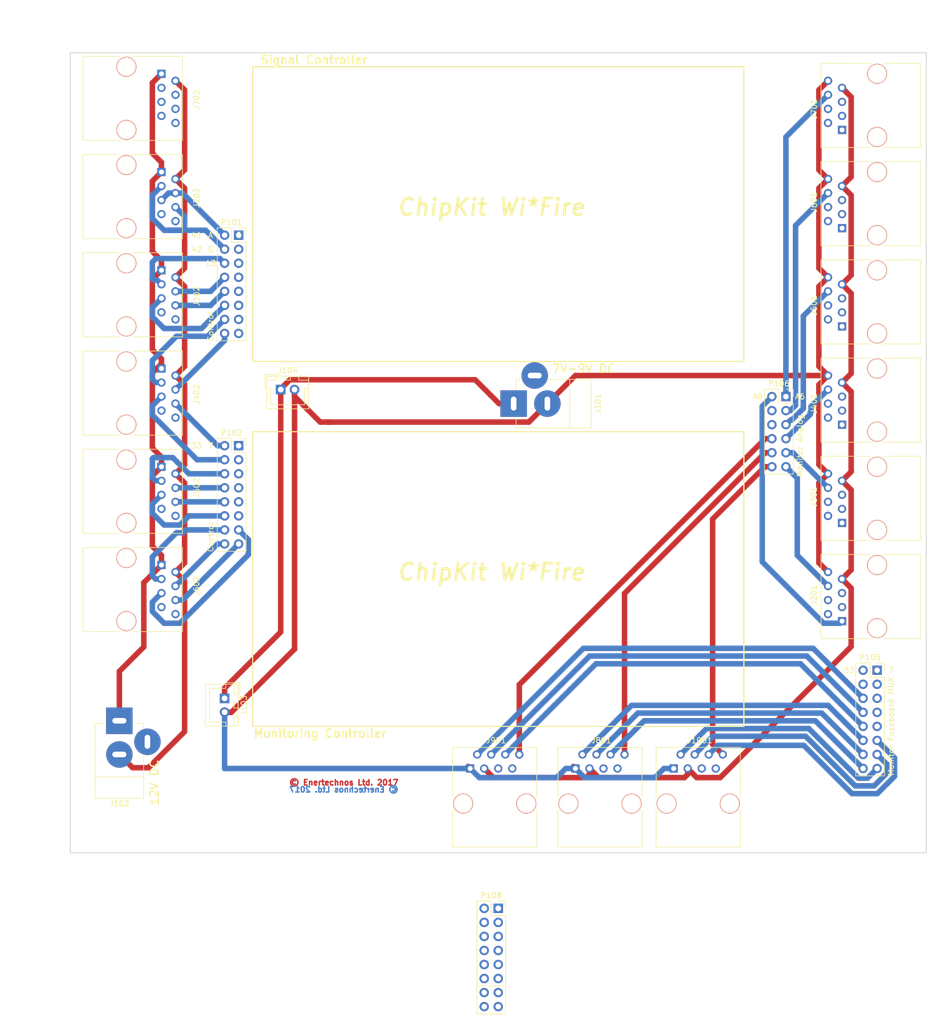
<source format=kicad_pcb>
(kicad_pcb (version 4) (host pcbnew 4.0.7)

  (general
    (links 72)
    (no_connects 0)
    (area 43.104999 20.244999 198.195001 165.175001)
    (thickness 1.6)
    (drawings 26)
    (tracks 310)
    (zones 0)
    (modules 25)
    (nets 43)
  )

  (page A4)
  (title_block
    (title "Breakout Board")
    (date 2017-12-14)
    (rev Rev3.3)
    (company "Enertechnos Ltd.")
    (comment 1 "FOR REVIEW")
  )

  (layers
    (0 F.Cu signal)
    (31 B.Cu signal)
    (32 B.Adhes user)
    (33 F.Adhes user)
    (34 B.Paste user)
    (35 F.Paste user)
    (36 B.SilkS user)
    (37 F.SilkS user)
    (38 B.Mask user)
    (39 F.Mask user)
    (40 Dwgs.User user)
    (41 Cmts.User user)
    (42 Eco1.User user)
    (43 Eco2.User user)
    (44 Edge.Cuts user)
    (45 Margin user)
    (46 B.CrtYd user)
    (47 F.CrtYd user)
    (48 B.Fab user)
    (49 F.Fab user)
  )

  (setup
    (last_trace_width 1)
    (trace_clearance 0.4)
    (zone_clearance 0.508)
    (zone_45_only no)
    (trace_min 0.2)
    (segment_width 0.2)
    (edge_width 0.15)
    (via_size 1.5)
    (via_drill 0.8)
    (via_min_size 0.4)
    (via_min_drill 0.3)
    (uvia_size 0.3)
    (uvia_drill 0.1)
    (uvias_allowed no)
    (uvia_min_size 0.2)
    (uvia_min_drill 0.1)
    (pcb_text_width 0.3)
    (pcb_text_size 1.5 1.5)
    (mod_edge_width 0.15)
    (mod_text_size 1 1)
    (mod_text_width 0.15)
    (pad_size 1.524 1.524)
    (pad_drill 0.762)
    (pad_to_mask_clearance 0.2)
    (aux_axis_origin 0 0)
    (visible_elements 7FFFEFFF)
    (pcbplotparams
      (layerselection 0x00030_80000001)
      (usegerberextensions false)
      (excludeedgelayer true)
      (linewidth 0.100000)
      (plotframeref false)
      (viasonmask false)
      (mode 1)
      (useauxorigin false)
      (hpglpennumber 1)
      (hpglpenspeed 20)
      (hpglpendiameter 15)
      (hpglpenoverlay 2)
      (psnegative false)
      (psa4output false)
      (plotreference true)
      (plotvalue true)
      (plotinvisibletext false)
      (padsonsilk false)
      (subtractmaskfromsilk false)
      (outputformat 1)
      (mirror false)
      (drillshape 1)
      (scaleselection 1)
      (outputdirectory ""))
  )

  (net 0 "")
  (net 1 ARD_TEMP_HB)
  (net 2 ARD_PWM_1)
  (net 3 ARD_PWM_3)
  (net 4 ARD_PWM_2)
  (net 5 ARD_PWM_4)
  (net 6 ARD_TEMP_A)
  (net 7 ARD_GND)
  (net 8 DC_IN)
  (net 9 DC_GND)
  (net 10 ARD_PWM_5)
  (net 11 ARD_PWM_6)
  (net 12 ARD_PWM_7)
  (net 13 ARD_PWM_8)
  (net 14 ARD_HBRIDGE_A)
  (net 15 ARD_HBRIDGE_B)
  (net 16 ARD_PWM_9)
  (net 17 ARD_PWM_10)
  (net 18 ARD_PWM_11)
  (net 19 ARD_PWM_12)
  (net 20 ARD_PWM_13)
  (net 21 ARD_PWM_14)
  (net 22 ARD_PWM_15)
  (net 23 ARD_PWM_16)
  (net 24 "Net-(J101-Pad1)")
  (net 25 ARD_TEMP_D)
  (net 26 ARD_TEMP_C)
  (net 27 ARD_TEMP_B)
  (net 28 FB1A)
  (net 29 FB1B)
  (net 30 FB1C)
  (net 31 ARD_VOLTS_1)
  (net 32 FB2A)
  (net 33 FB2B)
  (net 34 FB2C)
  (net 35 ARD_VOLTS_2)
  (net 36 FB3A)
  (net 37 FB3B)
  (net 38 FB3C)
  (net 39 ARD_VOLTS_3)
  (net 40 ARD_TEMP_E)
  (net 41 ARD_CUR_HB)
  (net 42 ARD_VCC)

  (net_class Default "This is the default net class."
    (clearance 0.4)
    (trace_width 1)
    (via_dia 1.5)
    (via_drill 0.8)
    (uvia_dia 0.3)
    (uvia_drill 0.1)
    (add_net ARD_CUR_HB)
    (add_net ARD_GND)
    (add_net ARD_HBRIDGE_A)
    (add_net ARD_HBRIDGE_B)
    (add_net ARD_PWM_1)
    (add_net ARD_PWM_10)
    (add_net ARD_PWM_11)
    (add_net ARD_PWM_12)
    (add_net ARD_PWM_13)
    (add_net ARD_PWM_14)
    (add_net ARD_PWM_15)
    (add_net ARD_PWM_16)
    (add_net ARD_PWM_2)
    (add_net ARD_PWM_3)
    (add_net ARD_PWM_4)
    (add_net ARD_PWM_5)
    (add_net ARD_PWM_6)
    (add_net ARD_PWM_7)
    (add_net ARD_PWM_8)
    (add_net ARD_PWM_9)
    (add_net ARD_TEMP_A)
    (add_net ARD_TEMP_B)
    (add_net ARD_TEMP_C)
    (add_net ARD_TEMP_D)
    (add_net ARD_TEMP_E)
    (add_net ARD_TEMP_HB)
    (add_net ARD_VCC)
    (add_net ARD_VOLTS_1)
    (add_net ARD_VOLTS_2)
    (add_net ARD_VOLTS_3)
    (add_net DC_GND)
    (add_net DC_IN)
    (add_net FB1A)
    (add_net FB1B)
    (add_net FB1C)
    (add_net FB2A)
    (add_net FB2B)
    (add_net FB2C)
    (add_net FB3A)
    (add_net FB3B)
    (add_net FB3C)
    (add_net "Net-(J101-Pad1)")
  )

  (module Socket_Strips:Socket_Strip_Straight_2x08_Pitch2.54mm (layer F.Cu) (tedit 5A32ADF2) (tstamp 5A2EB8F3)
    (at 73.66 91.44)
    (descr "Through hole straight socket strip, 2x08, 2.54mm pitch, double rows")
    (tags "Through hole socket strip THT 2x08 2.54mm double row")
    (path /599EFF88)
    (fp_text reference P102 (at -1.27 -2.33) (layer F.SilkS)
      (effects (font (size 1 1) (thickness 0.15)))
    )
    (fp_text value Digital (at -1.27 20.11) (layer F.Fab)
      (effects (font (size 1 1) (thickness 0.15)))
    )
    (fp_text user 7 (at -5.08 0) (layer F.SilkS)
      (effects (font (size 1 1) (thickness 0.15)))
    )
    (fp_text user 33 (at -7.62 0) (layer F.SilkS)
      (effects (font (size 1 1) (thickness 0.15)))
    )
    (fp_text user Control (at -5.08 16.51 90) (layer F.SilkS)
      (effects (font (size 1 1) (thickness 0.15)))
    )
    (fp_line (start -3.81 -1.27) (end -3.81 19.05) (layer F.Fab) (width 0.1))
    (fp_line (start -3.81 19.05) (end 1.27 19.05) (layer F.Fab) (width 0.1))
    (fp_line (start 1.27 19.05) (end 1.27 -1.27) (layer F.Fab) (width 0.1))
    (fp_line (start 1.27 -1.27) (end -3.81 -1.27) (layer F.Fab) (width 0.1))
    (fp_line (start 1.33 1.27) (end 1.33 19.11) (layer F.SilkS) (width 0.12))
    (fp_line (start 1.33 19.11) (end -3.87 19.11) (layer F.SilkS) (width 0.12))
    (fp_line (start -3.87 19.11) (end -3.87 -1.33) (layer F.SilkS) (width 0.12))
    (fp_line (start -3.87 -1.33) (end -1.27 -1.33) (layer F.SilkS) (width 0.12))
    (fp_line (start -1.27 -1.33) (end -1.27 1.27) (layer F.SilkS) (width 0.12))
    (fp_line (start -1.27 1.27) (end 1.33 1.27) (layer F.SilkS) (width 0.12))
    (fp_line (start 1.33 0) (end 1.33 -1.33) (layer F.SilkS) (width 0.12))
    (fp_line (start 1.33 -1.33) (end 0.06 -1.33) (layer F.SilkS) (width 0.12))
    (fp_line (start -4.35 -1.8) (end -4.35 19.55) (layer F.CrtYd) (width 0.05))
    (fp_line (start -4.35 19.55) (end 1.8 19.55) (layer F.CrtYd) (width 0.05))
    (fp_line (start 1.8 19.55) (end 1.8 -1.8) (layer F.CrtYd) (width 0.05))
    (fp_line (start 1.8 -1.8) (end -4.35 -1.8) (layer F.CrtYd) (width 0.05))
    (fp_text user %R (at -1.27 -2.33) (layer F.Fab)
      (effects (font (size 1 1) (thickness 0.15)))
    )
    (pad 1 thru_hole rect (at 0 0) (size 1.7 1.7) (drill 1) (layers *.Cu *.Mask))
    (pad 2 thru_hole oval (at -2.54 0) (size 1.7 1.7) (drill 1) (layers *.Cu *.Mask)
      (net 13 ARD_PWM_8))
    (pad 3 thru_hole oval (at 0 2.54) (size 1.7 1.7) (drill 1) (layers *.Cu *.Mask))
    (pad 4 thru_hole oval (at -2.54 2.54) (size 1.7 1.7) (drill 1) (layers *.Cu *.Mask)
      (net 12 ARD_PWM_7))
    (pad 5 thru_hole oval (at 0 5.08) (size 1.7 1.7) (drill 1) (layers *.Cu *.Mask))
    (pad 6 thru_hole oval (at -2.54 5.08) (size 1.7 1.7) (drill 1) (layers *.Cu *.Mask)
      (net 16 ARD_PWM_9))
    (pad 7 thru_hole oval (at 0 7.62) (size 1.7 1.7) (drill 1) (layers *.Cu *.Mask))
    (pad 8 thru_hole oval (at -2.54 7.62) (size 1.7 1.7) (drill 1) (layers *.Cu *.Mask)
      (net 17 ARD_PWM_10))
    (pad 9 thru_hole oval (at 0 10.16) (size 1.7 1.7) (drill 1) (layers *.Cu *.Mask))
    (pad 10 thru_hole oval (at -2.54 10.16) (size 1.7 1.7) (drill 1) (layers *.Cu *.Mask)
      (net 19 ARD_PWM_12))
    (pad 11 thru_hole oval (at 0 12.7) (size 1.7 1.7) (drill 1) (layers *.Cu *.Mask))
    (pad 12 thru_hole oval (at -2.54 12.7) (size 1.7 1.7) (drill 1) (layers *.Cu *.Mask)
      (net 18 ARD_PWM_11))
    (pad 13 thru_hole oval (at 0 15.24) (size 1.7 1.7) (drill 1) (layers *.Cu *.Mask)
      (net 22 ARD_PWM_15))
    (pad 14 thru_hole oval (at -2.54 15.24) (size 1.7 1.7) (drill 1) (layers *.Cu *.Mask)
      (net 20 ARD_PWM_13))
    (pad 15 thru_hole oval (at 0 17.78) (size 1.7 1.7) (drill 1) (layers *.Cu *.Mask)
      (net 23 ARD_PWM_16))
    (pad 16 thru_hole oval (at -2.54 17.78) (size 1.7 1.7) (drill 1) (layers *.Cu *.Mask)
      (net 21 ARD_PWM_14))
    (model ${KISYS3DMOD}/Socket_Strips.3dshapes/Socket_Strip_Straight_2x08_Pitch2.54mm.wrl
      (at (xyz -0.05 -0.35 0))
      (scale (xyz 1 1 1))
      (rotate (xyz 0 0 270))
    )
  )

  (module Socket_Strips:Socket_Strip_Straight_2x08_Pitch2.54mm (layer F.Cu) (tedit 5A32AD16) (tstamp 5A2EB8CE)
    (at 73.66 53.34)
    (descr "Through hole straight socket strip, 2x08, 2.54mm pitch, double rows")
    (tags "Through hole socket strip THT 2x08 2.54mm double row")
    (path /599F28C2)
    (fp_text reference P101 (at -1.27 -2.33) (layer F.SilkS)
      (effects (font (size 1 1) (thickness 0.15)))
    )
    (fp_text value Digital (at -1.27 20.11) (layer F.Fab)
      (effects (font (size 1 1) (thickness 0.15)))
    )
    (fp_text user Control (at -5.08 16.51 90) (layer F.SilkS)
      (effects (font (size 1 1) (thickness 0.15)))
    )
    (fp_text user 42 (at -7.62 2.54) (layer F.SilkS)
      (effects (font (size 1 1) (thickness 0.15)))
    )
    (fp_text user 41 (at -7.62 0) (layer F.SilkS)
      (effects (font (size 1 1) (thickness 0.15)))
    )
    (fp_text user 13 (at -5.08 5.08) (layer F.SilkS)
      (effects (font (size 1 1) (thickness 0.15)))
    )
    (fp_text user G (at -5.08 2.54) (layer F.SilkS)
      (effects (font (size 1 1) (thickness 0.15)))
    )
    (fp_text user G (at 0 0) (layer F.SilkS)
      (effects (font (size 1 1) (thickness 0.15)))
    )
    (fp_text user A (at -5.08 0) (layer F.SilkS)
      (effects (font (size 1 1) (thickness 0.15)))
    )
    (fp_line (start -3.81 -1.27) (end -3.81 19.05) (layer F.Fab) (width 0.1))
    (fp_line (start -3.81 19.05) (end 1.27 19.05) (layer F.Fab) (width 0.1))
    (fp_line (start 1.27 19.05) (end 1.27 -1.27) (layer F.Fab) (width 0.1))
    (fp_line (start 1.27 -1.27) (end -3.81 -1.27) (layer F.Fab) (width 0.1))
    (fp_line (start 1.33 1.27) (end 1.33 19.11) (layer F.SilkS) (width 0.12))
    (fp_line (start 1.33 19.11) (end -3.87 19.11) (layer F.SilkS) (width 0.12))
    (fp_line (start -3.87 19.11) (end -3.87 -1.33) (layer F.SilkS) (width 0.12))
    (fp_line (start -3.87 -1.33) (end -1.27 -1.33) (layer F.SilkS) (width 0.12))
    (fp_line (start -1.27 -1.33) (end -1.27 1.27) (layer F.SilkS) (width 0.12))
    (fp_line (start -1.27 1.27) (end 1.33 1.27) (layer F.SilkS) (width 0.12))
    (fp_line (start 1.33 0) (end 1.33 -1.33) (layer F.SilkS) (width 0.12))
    (fp_line (start 1.33 -1.33) (end 0.06 -1.33) (layer F.SilkS) (width 0.12))
    (fp_line (start -4.35 -1.8) (end -4.35 19.55) (layer F.CrtYd) (width 0.05))
    (fp_line (start -4.35 19.55) (end 1.8 19.55) (layer F.CrtYd) (width 0.05))
    (fp_line (start 1.8 19.55) (end 1.8 -1.8) (layer F.CrtYd) (width 0.05))
    (fp_line (start 1.8 -1.8) (end -4.35 -1.8) (layer F.CrtYd) (width 0.05))
    (fp_text user %R (at -1.27 -2.33) (layer F.Fab)
      (effects (font (size 1 1) (thickness 0.15)))
    )
    (pad 1 thru_hole rect (at 0 0) (size 1.7 1.7) (drill 1) (layers *.Cu *.Mask))
    (pad 2 thru_hole oval (at -2.54 0) (size 1.7 1.7) (drill 1) (layers *.Cu *.Mask)
      (net 15 ARD_HBRIDGE_B))
    (pad 3 thru_hole oval (at 0 2.54) (size 1.7 1.7) (drill 1) (layers *.Cu *.Mask))
    (pad 4 thru_hole oval (at -2.54 2.54) (size 1.7 1.7) (drill 1) (layers *.Cu *.Mask)
      (net 14 ARD_HBRIDGE_A))
    (pad 5 thru_hole oval (at 0 5.08) (size 1.7 1.7) (drill 1) (layers *.Cu *.Mask))
    (pad 6 thru_hole oval (at -2.54 5.08) (size 1.7 1.7) (drill 1) (layers *.Cu *.Mask)
      (net 2 ARD_PWM_1))
    (pad 7 thru_hole oval (at 0 7.62) (size 1.7 1.7) (drill 1) (layers *.Cu *.Mask))
    (pad 8 thru_hole oval (at -2.54 7.62) (size 1.7 1.7) (drill 1) (layers *.Cu *.Mask)
      (net 4 ARD_PWM_2))
    (pad 9 thru_hole oval (at 0 10.16) (size 1.7 1.7) (drill 1) (layers *.Cu *.Mask))
    (pad 10 thru_hole oval (at -2.54 10.16) (size 1.7 1.7) (drill 1) (layers *.Cu *.Mask)
      (net 5 ARD_PWM_4))
    (pad 11 thru_hole oval (at 0 12.7) (size 1.7 1.7) (drill 1) (layers *.Cu *.Mask))
    (pad 12 thru_hole oval (at -2.54 12.7) (size 1.7 1.7) (drill 1) (layers *.Cu *.Mask)
      (net 3 ARD_PWM_3))
    (pad 13 thru_hole oval (at 0 15.24) (size 1.7 1.7) (drill 1) (layers *.Cu *.Mask))
    (pad 14 thru_hole oval (at -2.54 15.24) (size 1.7 1.7) (drill 1) (layers *.Cu *.Mask)
      (net 10 ARD_PWM_5))
    (pad 15 thru_hole oval (at 0 17.78) (size 1.7 1.7) (drill 1) (layers *.Cu *.Mask))
    (pad 16 thru_hole oval (at -2.54 17.78) (size 1.7 1.7) (drill 1) (layers *.Cu *.Mask)
      (net 11 ARD_PWM_6))
    (model ${KISYS3DMOD}/Socket_Strips.3dshapes/Socket_Strip_Straight_2x08_Pitch2.54mm.wrl
      (at (xyz -0.05 -0.35 0))
      (scale (xyz 1 1 1))
      (rotate (xyz 0 0 270))
    )
  )

  (module Socket_Strips:Socket_Strip_Straight_2x08_Pitch2.54mm (layer F.Cu) (tedit 5A32AD7D) (tstamp 5A317B9B)
    (at 189.23 132.08)
    (descr "Through hole straight socket strip, 2x08, 2.54mm pitch, double rows")
    (tags "Through hole socket strip THT 2x08 2.54mm double row")
    (path /599F76EC)
    (fp_text reference P105 (at -1.27 -2.33) (layer F.SilkS)
      (effects (font (size 1 1) (thickness 0.15)))
    )
    (fp_text value Digital (at -1.27 20.11) (layer F.Fab)
      (effects (font (size 1 1) (thickness 0.15)))
    )
    (fp_text user 7 (at 2.54 0) (layer F.SilkS)
      (effects (font (size 1 1) (thickness 0.15)))
    )
    (fp_text user 33 (at -5.08 0) (layer F.SilkS)
      (effects (font (size 1 1) (thickness 0.15)))
    )
    (fp_text user "Monitor Fuseboard MUX" (at 2.54 10.16 90) (layer F.SilkS)
      (effects (font (size 1 1) (thickness 0.15)))
    )
    (fp_line (start -3.81 -1.27) (end -3.81 19.05) (layer F.Fab) (width 0.1))
    (fp_line (start -3.81 19.05) (end 1.27 19.05) (layer F.Fab) (width 0.1))
    (fp_line (start 1.27 19.05) (end 1.27 -1.27) (layer F.Fab) (width 0.1))
    (fp_line (start 1.27 -1.27) (end -3.81 -1.27) (layer F.Fab) (width 0.1))
    (fp_line (start 1.33 1.27) (end 1.33 19.11) (layer F.SilkS) (width 0.12))
    (fp_line (start 1.33 19.11) (end -3.87 19.11) (layer F.SilkS) (width 0.12))
    (fp_line (start -3.87 19.11) (end -3.87 -1.33) (layer F.SilkS) (width 0.12))
    (fp_line (start -3.87 -1.33) (end -1.27 -1.33) (layer F.SilkS) (width 0.12))
    (fp_line (start -1.27 -1.33) (end -1.27 1.27) (layer F.SilkS) (width 0.12))
    (fp_line (start -1.27 1.27) (end 1.33 1.27) (layer F.SilkS) (width 0.12))
    (fp_line (start 1.33 0) (end 1.33 -1.33) (layer F.SilkS) (width 0.12))
    (fp_line (start 1.33 -1.33) (end 0.06 -1.33) (layer F.SilkS) (width 0.12))
    (fp_line (start -4.35 -1.8) (end -4.35 19.55) (layer F.CrtYd) (width 0.05))
    (fp_line (start -4.35 19.55) (end 1.8 19.55) (layer F.CrtYd) (width 0.05))
    (fp_line (start 1.8 19.55) (end 1.8 -1.8) (layer F.CrtYd) (width 0.05))
    (fp_line (start 1.8 -1.8) (end -4.35 -1.8) (layer F.CrtYd) (width 0.05))
    (fp_text user %R (at -1.27 -2.33) (layer F.Fab)
      (effects (font (size 1 1) (thickness 0.15)))
    )
    (pad 1 thru_hole rect (at 0 0) (size 1.7 1.7) (drill 1) (layers *.Cu *.Mask))
    (pad 2 thru_hole oval (at -2.54 0) (size 1.7 1.7) (drill 1) (layers *.Cu *.Mask))
    (pad 3 thru_hole oval (at 0 2.54) (size 1.7 1.7) (drill 1) (layers *.Cu *.Mask))
    (pad 4 thru_hole oval (at -2.54 2.54) (size 1.7 1.7) (drill 1) (layers *.Cu *.Mask))
    (pad 5 thru_hole oval (at 0 5.08) (size 1.7 1.7) (drill 1) (layers *.Cu *.Mask))
    (pad 6 thru_hole oval (at -2.54 5.08) (size 1.7 1.7) (drill 1) (layers *.Cu *.Mask)
      (net 32 FB2A))
    (pad 7 thru_hole oval (at 0 7.62) (size 1.7 1.7) (drill 1) (layers *.Cu *.Mask))
    (pad 8 thru_hole oval (at -2.54 7.62) (size 1.7 1.7) (drill 1) (layers *.Cu *.Mask)
      (net 33 FB2B))
    (pad 9 thru_hole oval (at 0 10.16) (size 1.7 1.7) (drill 1) (layers *.Cu *.Mask))
    (pad 10 thru_hole oval (at -2.54 10.16) (size 1.7 1.7) (drill 1) (layers *.Cu *.Mask)
      (net 34 FB2C))
    (pad 11 thru_hole oval (at 0 12.7) (size 1.7 1.7) (drill 1) (layers *.Cu *.Mask)
      (net 38 FB3C))
    (pad 12 thru_hole oval (at -2.54 12.7) (size 1.7 1.7) (drill 1) (layers *.Cu *.Mask)
      (net 28 FB1A))
    (pad 13 thru_hole oval (at 0 15.24) (size 1.7 1.7) (drill 1) (layers *.Cu *.Mask)
      (net 37 FB3B))
    (pad 14 thru_hole oval (at -2.54 15.24) (size 1.7 1.7) (drill 1) (layers *.Cu *.Mask)
      (net 29 FB1B))
    (pad 15 thru_hole oval (at 0 17.78) (size 1.7 1.7) (drill 1) (layers *.Cu *.Mask)
      (net 36 FB3A))
    (pad 16 thru_hole oval (at -2.54 17.78) (size 1.7 1.7) (drill 1) (layers *.Cu *.Mask)
      (net 30 FB1C))
    (model ${KISYS3DMOD}/Socket_Strips.3dshapes/Socket_Strip_Straight_2x08_Pitch2.54mm.wrl
      (at (xyz -0.05 -0.35 0))
      (scale (xyz 1 1 1))
      (rotate (xyz 0 0 270))
    )
  )

  (module Socket_Strips:Socket_Strip_Straight_2x06_Pitch2.54mm (layer F.Cu) (tedit 5A32ACE3) (tstamp 5A2EB97F)
    (at 172.72 82.55)
    (descr "Through hole straight socket strip, 2x06, 2.54mm pitch, double rows")
    (tags "Through hole socket strip THT 2x06 2.54mm double row")
    (path /599F771D)
    (fp_text reference P106 (at -1.27 -2.33) (layer F.SilkS)
      (effects (font (size 1 1) (thickness 0.15)))
    )
    (fp_text value Analog (at -1.27 15.03) (layer F.Fab)
      (effects (font (size 1 1) (thickness 0.15)))
    )
    (fp_text user "Monitor Analog" (at 2.54 8.89 90) (layer F.SilkS)
      (effects (font (size 1 1) (thickness 0.15)))
    )
    (fp_text user A0 (at -5.08 0) (layer F.SilkS)
      (effects (font (size 1 1) (thickness 0.15)))
    )
    (fp_text user A6 (at 2.54 0) (layer F.SilkS)
      (effects (font (size 1 1) (thickness 0.15)))
    )
    (fp_line (start -3.81 -1.27) (end -3.81 13.97) (layer F.Fab) (width 0.1))
    (fp_line (start -3.81 13.97) (end 1.27 13.97) (layer F.Fab) (width 0.1))
    (fp_line (start 1.27 13.97) (end 1.27 -1.27) (layer F.Fab) (width 0.1))
    (fp_line (start 1.27 -1.27) (end -3.81 -1.27) (layer F.Fab) (width 0.1))
    (fp_line (start 1.33 1.27) (end 1.33 14.03) (layer F.SilkS) (width 0.12))
    (fp_line (start 1.33 14.03) (end -3.87 14.03) (layer F.SilkS) (width 0.12))
    (fp_line (start -3.87 14.03) (end -3.87 -1.33) (layer F.SilkS) (width 0.12))
    (fp_line (start -3.87 -1.33) (end -1.27 -1.33) (layer F.SilkS) (width 0.12))
    (fp_line (start -1.27 -1.33) (end -1.27 1.27) (layer F.SilkS) (width 0.12))
    (fp_line (start -1.27 1.27) (end 1.33 1.27) (layer F.SilkS) (width 0.12))
    (fp_line (start 1.33 0) (end 1.33 -1.33) (layer F.SilkS) (width 0.12))
    (fp_line (start 1.33 -1.33) (end 0.06 -1.33) (layer F.SilkS) (width 0.12))
    (fp_line (start -4.35 -1.8) (end -4.35 14.5) (layer F.CrtYd) (width 0.05))
    (fp_line (start -4.35 14.5) (end 1.8 14.5) (layer F.CrtYd) (width 0.05))
    (fp_line (start 1.8 14.5) (end 1.8 -1.8) (layer F.CrtYd) (width 0.05))
    (fp_line (start 1.8 -1.8) (end -4.35 -1.8) (layer F.CrtYd) (width 0.05))
    (fp_text user %R (at -1.27 -2.33) (layer F.Fab)
      (effects (font (size 1 1) (thickness 0.15)))
    )
    (pad 1 thru_hole rect (at 0 0) (size 1.7 1.7) (drill 1) (layers *.Cu *.Mask)
      (net 40 ARD_TEMP_E))
    (pad 2 thru_hole oval (at -2.54 0) (size 1.7 1.7) (drill 1) (layers *.Cu *.Mask)
      (net 41 ARD_CUR_HB))
    (pad 3 thru_hole oval (at 0 2.54) (size 1.7 1.7) (drill 1) (layers *.Cu *.Mask)
      (net 25 ARD_TEMP_D))
    (pad 4 thru_hole oval (at -2.54 2.54) (size 1.7 1.7) (drill 1) (layers *.Cu *.Mask))
    (pad 5 thru_hole oval (at 0 5.08) (size 1.7 1.7) (drill 1) (layers *.Cu *.Mask)
      (net 26 ARD_TEMP_C))
    (pad 6 thru_hole oval (at -2.54 5.08) (size 1.7 1.7) (drill 1) (layers *.Cu *.Mask))
    (pad 7 thru_hole oval (at 0 7.62) (size 1.7 1.7) (drill 1) (layers *.Cu *.Mask)
      (net 27 ARD_TEMP_B))
    (pad 8 thru_hole oval (at -2.54 7.62) (size 1.7 1.7) (drill 1) (layers *.Cu *.Mask)
      (net 35 ARD_VOLTS_2))
    (pad 9 thru_hole oval (at 0 10.16) (size 1.7 1.7) (drill 1) (layers *.Cu *.Mask)
      (net 6 ARD_TEMP_A))
    (pad 10 thru_hole oval (at -2.54 10.16) (size 1.7 1.7) (drill 1) (layers *.Cu *.Mask)
      (net 31 ARD_VOLTS_1))
    (pad 11 thru_hole oval (at 0 12.7) (size 1.7 1.7) (drill 1) (layers *.Cu *.Mask)
      (net 1 ARD_TEMP_HB))
    (pad 12 thru_hole oval (at -2.54 12.7) (size 1.7 1.7) (drill 1) (layers *.Cu *.Mask)
      (net 39 ARD_VOLTS_3))
    (model ${KISYS3DMOD}/Socket_Strips.3dshapes/Socket_Strip_Straight_2x06_Pitch2.54mm.wrl
      (at (xyz -0.05 -0.25 0))
      (scale (xyz 1 1 1))
      (rotate (xyz 0 0 270))
    )
  )

  (module Connectors:JACK_ALIM (layer F.Cu) (tedit 5A2FD67E) (tstamp 5A300BFA)
    (at 123.44 83.82 180)
    (descr "module 1 pin (ou trou mecanique de percage)")
    (tags "CONN JACK")
    (path /5A3106C2)
    (fp_text reference J101 (at -15.24 0 270) (layer F.SilkS)
      (effects (font (size 1 1) (thickness 0.15)))
    )
    (fp_text value "7V-9V DC" (at -12.7 6.35 180) (layer F.SilkS)
      (effects (font (size 1.5 1.5) (thickness 0.25)))
    )
    (fp_line (start -10.15 -4.4) (end -10.15 4.4) (layer F.SilkS) (width 0.12))
    (fp_line (start -6.35 4.4) (end -14.05 4.4) (layer F.SilkS) (width 0.12))
    (fp_line (start -14.05 4.4) (end -14.05 -4.4) (layer F.SilkS) (width 0.12))
    (fp_line (start -14.05 -4.4) (end -13.85 -4.4) (layer F.SilkS) (width 0.12))
    (fp_line (start -0.45 2.55) (end -0.45 4.4) (layer F.SilkS) (width 0.12))
    (fp_line (start -0.45 4.4) (end -1.3 4.4) (layer F.SilkS) (width 0.12))
    (fp_line (start -13.95 -4.4) (end -0.45 -4.4) (layer F.SilkS) (width 0.12))
    (fp_line (start -0.45 -4.4) (end -0.45 -2.55) (layer F.SilkS) (width 0.12))
    (fp_line (start -13.21 -4.32) (end -13.97 -4.32) (layer F.Fab) (width 0.1))
    (fp_line (start -13.97 -4.32) (end -13.97 4.32) (layer F.Fab) (width 0.1))
    (fp_line (start -13.97 4.32) (end -13.21 4.32) (layer F.Fab) (width 0.1))
    (fp_line (start -10.16 -4.32) (end -10.16 4.32) (layer F.Fab) (width 0.1))
    (fp_line (start -0.51 -4.32) (end -0.51 4.32) (layer F.Fab) (width 0.1))
    (fp_line (start -13.21 4.32) (end -0.51 4.32) (layer F.Fab) (width 0.1))
    (fp_line (start -13.21 -4.32) (end -0.51 -4.32) (layer F.Fab) (width 0.1))
    (fp_line (start -14.22 -4.57) (end 2.65 -4.57) (layer F.CrtYd) (width 0.05))
    (fp_line (start -14.22 -4.57) (end -14.22 7.73) (layer F.CrtYd) (width 0.05))
    (fp_line (start 2.65 7.73) (end 2.65 -4.57) (layer F.CrtYd) (width 0.05))
    (fp_line (start 2.65 7.73) (end -14.22 7.73) (layer F.CrtYd) (width 0.05))
    (pad 2 thru_hole circle (at -6.1 0 180) (size 4.8 4.8) (drill oval 1.02 2.54) (layers *.Cu *.Mask)
      (net 7 ARD_GND))
    (pad 1 thru_hole rect (at 0 0 180) (size 4.8 4.8) (drill oval 1.02 2.54) (layers *.Cu *.Mask)
      (net 24 "Net-(J101-Pad1)"))
    (pad 3 thru_hole circle (at -3.81 5.08 180) (size 4.8 4.8) (drill oval 2.54 1.02) (layers *.Cu *.Mask))
    (model ${KISYS3DMOD}/Connectors.3dshapes/JACK_ALIM.wrl
      (at (xyz -0.24 0 0))
      (scale (xyz 0.8 0.8 0.8))
      (rotate (xyz 0 0 0))
    )
  )

  (module Connectors:JACK_ALIM (layer F.Cu) (tedit 5A2FD66C) (tstamp 5A300C2C)
    (at 52.07 141.22 90)
    (descr "module 1 pin (ou trou mecanique de percage)")
    (tags "CONN JACK")
    (path /5A3109C7)
    (fp_text reference J102 (at -14.99 0 180) (layer F.SilkS)
      (effects (font (size 1 1) (thickness 0.15)))
    )
    (fp_text value "12V DC" (at -11.18 6.35 90) (layer F.SilkS)
      (effects (font (size 1.5 1.5) (thickness 0.25)))
    )
    (fp_line (start -10.15 -4.4) (end -10.15 4.4) (layer F.SilkS) (width 0.12))
    (fp_line (start -6.35 4.4) (end -14.05 4.4) (layer F.SilkS) (width 0.12))
    (fp_line (start -14.05 4.4) (end -14.05 -4.4) (layer F.SilkS) (width 0.12))
    (fp_line (start -14.05 -4.4) (end -13.85 -4.4) (layer F.SilkS) (width 0.12))
    (fp_line (start -0.45 2.55) (end -0.45 4.4) (layer F.SilkS) (width 0.12))
    (fp_line (start -0.45 4.4) (end -1.3 4.4) (layer F.SilkS) (width 0.12))
    (fp_line (start -13.95 -4.4) (end -0.45 -4.4) (layer F.SilkS) (width 0.12))
    (fp_line (start -0.45 -4.4) (end -0.45 -2.55) (layer F.SilkS) (width 0.12))
    (fp_line (start -13.21 -4.32) (end -13.97 -4.32) (layer F.Fab) (width 0.1))
    (fp_line (start -13.97 -4.32) (end -13.97 4.32) (layer F.Fab) (width 0.1))
    (fp_line (start -13.97 4.32) (end -13.21 4.32) (layer F.Fab) (width 0.1))
    (fp_line (start -10.16 -4.32) (end -10.16 4.32) (layer F.Fab) (width 0.1))
    (fp_line (start -0.51 -4.32) (end -0.51 4.32) (layer F.Fab) (width 0.1))
    (fp_line (start -13.21 4.32) (end -0.51 4.32) (layer F.Fab) (width 0.1))
    (fp_line (start -13.21 -4.32) (end -0.51 -4.32) (layer F.Fab) (width 0.1))
    (fp_line (start -14.22 -4.57) (end 2.65 -4.57) (layer F.CrtYd) (width 0.05))
    (fp_line (start -14.22 -4.57) (end -14.22 7.73) (layer F.CrtYd) (width 0.05))
    (fp_line (start 2.65 7.73) (end 2.65 -4.57) (layer F.CrtYd) (width 0.05))
    (fp_line (start 2.65 7.73) (end -14.22 7.73) (layer F.CrtYd) (width 0.05))
    (pad 2 thru_hole circle (at -6.1 0 90) (size 4.8 4.8) (drill oval 1.02 2.54) (layers *.Cu *.Mask)
      (net 9 DC_GND))
    (pad 1 thru_hole rect (at 0 0 90) (size 4.8 4.8) (drill oval 1.02 2.54) (layers *.Cu *.Mask)
      (net 8 DC_IN))
    (pad 3 thru_hole circle (at -3.81 5.08 90) (size 4.8 4.8) (drill oval 2.54 1.02) (layers *.Cu *.Mask))
    (model ${KISYS3DMOD}/Connectors.3dshapes/JACK_ALIM.wrl
      (at (xyz -0.24 0 0))
      (scale (xyz 0.8 0.8 0.8))
      (rotate (xyz 0 0 0))
    )
  )

  (module PartsLibraries:RJ45 (layer F.Cu) (tedit 59511D7C) (tstamp 5A2EB831)
    (at 182.88 87.63 90)
    (tags RJ45)
    (path /5A2F40AA/5A2E9F01)
    (fp_text reference J401 (at 3.81 -5.08 90) (layer F.SilkS)
      (effects (font (size 1 1) (thickness 0.15)))
    )
    (fp_text value RJ45 (at 4.59 6.25 90) (layer F.Fab)
      (effects (font (size 1 1) (thickness 0.15)))
    )
    (fp_line (start -3.17 14.22) (end 12.07 14.22) (layer F.SilkS) (width 0.12))
    (fp_line (start 12.07 -3.81) (end 12.06 5.18) (layer F.SilkS) (width 0.12))
    (fp_line (start 12.07 -3.81) (end -3.17 -3.81) (layer F.SilkS) (width 0.12))
    (fp_line (start -3.17 -3.81) (end -3.17 5.19) (layer F.SilkS) (width 0.12))
    (fp_line (start 12.06 7.52) (end 12.07 14.22) (layer F.SilkS) (width 0.12))
    (fp_line (start -3.17 7.51) (end -3.17 14.22) (layer F.SilkS) (width 0.12))
    (fp_line (start -3.56 -4.06) (end 12.46 -4.06) (layer F.CrtYd) (width 0.05))
    (fp_line (start -3.56 -4.06) (end -3.56 14.47) (layer F.CrtYd) (width 0.05))
    (fp_line (start 12.46 14.47) (end 12.46 -4.06) (layer F.CrtYd) (width 0.05))
    (fp_line (start 12.46 14.47) (end -3.56 14.47) (layer F.CrtYd) (width 0.05))
    (pad "" np_thru_hole circle (at 10.16 6.35 90) (size 3.65 3.65) (drill 3.25) (layers *.Cu *.SilkS *.Mask))
    (pad "" np_thru_hole circle (at -1.27 6.35 90) (size 3.65 3.65) (drill 3.25) (layers *.Cu *.SilkS *.Mask))
    (pad 1 thru_hole rect (at 0 0 90) (size 1.5 1.5) (drill 0.9) (layers *.Cu *.Mask))
    (pad 2 thru_hole circle (at 1.27 -2.54 90) (size 1.5 1.5) (drill 0.9) (layers *.Cu *.Mask))
    (pad 3 thru_hole circle (at 2.54 0 90) (size 1.5 1.5) (drill 0.9) (layers *.Cu *.Mask))
    (pad 4 thru_hole circle (at 3.81 -2.54 90) (size 1.5 1.5) (drill 0.9) (layers *.Cu *.Mask))
    (pad 5 thru_hole circle (at 5.08 0 90) (size 1.5 1.5) (drill 0.9) (layers *.Cu *.Mask))
    (pad 6 thru_hole circle (at 6.35 -2.54 90) (size 1.5 1.5) (drill 0.9) (layers *.Cu *.Mask)
      (net 27 ARD_TEMP_B))
    (pad 7 thru_hole circle (at 7.62 0 90) (size 1.5 1.5) (drill 0.9) (layers *.Cu *.Mask)
      (net 42 ARD_VCC))
    (pad 8 thru_hole circle (at 8.89 -2.54 90) (size 1.5 1.5) (drill 0.9) (layers *.Cu *.Mask)
      (net 7 ARD_GND))
    (model ../../../../../../Development/multilevelinverter/Hardware/3D/RJ45.wrl
      (at (xyz 0.175 -0.667 0.3))
      (scale (xyz 10 10 10))
      (rotate (xyz 270 0 0))
    )
  )

  (module PartsLibraries:RJ45 (layer F.Cu) (tedit 59511D7C) (tstamp 5A2EB7D1)
    (at 182.88 123.19 90)
    (tags RJ45)
    (path /5A2F1991/5A2E9F01)
    (fp_text reference J201 (at 4.7 -5.08 90) (layer F.SilkS)
      (effects (font (size 1 1) (thickness 0.15)))
    )
    (fp_text value RJ45 (at 4.59 6.25 90) (layer F.Fab)
      (effects (font (size 1 1) (thickness 0.15)))
    )
    (fp_line (start -3.17 14.22) (end 12.07 14.22) (layer F.SilkS) (width 0.12))
    (fp_line (start 12.07 -3.81) (end 12.06 5.18) (layer F.SilkS) (width 0.12))
    (fp_line (start 12.07 -3.81) (end -3.17 -3.81) (layer F.SilkS) (width 0.12))
    (fp_line (start -3.17 -3.81) (end -3.17 5.19) (layer F.SilkS) (width 0.12))
    (fp_line (start 12.06 7.52) (end 12.07 14.22) (layer F.SilkS) (width 0.12))
    (fp_line (start -3.17 7.51) (end -3.17 14.22) (layer F.SilkS) (width 0.12))
    (fp_line (start -3.56 -4.06) (end 12.46 -4.06) (layer F.CrtYd) (width 0.05))
    (fp_line (start -3.56 -4.06) (end -3.56 14.47) (layer F.CrtYd) (width 0.05))
    (fp_line (start 12.46 14.47) (end 12.46 -4.06) (layer F.CrtYd) (width 0.05))
    (fp_line (start 12.46 14.47) (end -3.56 14.47) (layer F.CrtYd) (width 0.05))
    (pad "" np_thru_hole circle (at 10.16 6.35 90) (size 3.65 3.65) (drill 3.25) (layers *.Cu *.SilkS *.Mask))
    (pad "" np_thru_hole circle (at -1.27 6.35 90) (size 3.65 3.65) (drill 3.25) (layers *.Cu *.SilkS *.Mask))
    (pad 1 thru_hole rect (at 0 0 90) (size 1.5 1.5) (drill 0.9) (layers *.Cu *.Mask)
      (net 41 ARD_CUR_HB))
    (pad 2 thru_hole circle (at 1.27 -2.54 90) (size 1.5 1.5) (drill 0.9) (layers *.Cu *.Mask))
    (pad 3 thru_hole circle (at 2.54 0 90) (size 1.5 1.5) (drill 0.9) (layers *.Cu *.Mask))
    (pad 4 thru_hole circle (at 3.81 -2.54 90) (size 1.5 1.5) (drill 0.9) (layers *.Cu *.Mask))
    (pad 5 thru_hole circle (at 5.08 0 90) (size 1.5 1.5) (drill 0.9) (layers *.Cu *.Mask))
    (pad 6 thru_hole circle (at 6.35 -2.54 90) (size 1.5 1.5) (drill 0.9) (layers *.Cu *.Mask)
      (net 1 ARD_TEMP_HB))
    (pad 7 thru_hole circle (at 7.62 0 90) (size 1.5 1.5) (drill 0.9) (layers *.Cu *.Mask)
      (net 42 ARD_VCC))
    (pad 8 thru_hole circle (at 8.89 -2.54 90) (size 1.5 1.5) (drill 0.9) (layers *.Cu *.Mask)
      (net 7 ARD_GND))
    (model ../../../../../../Development/multilevelinverter/Hardware/3D/RJ45.wrl
      (at (xyz 0.175 -0.667 0.3))
      (scale (xyz 10 10 10))
      (rotate (xyz 270 0 0))
    )
  )

  (module PartsLibraries:RJ45 (layer F.Cu) (tedit 59511D7C) (tstamp 5A2EB7E9)
    (at 59.69 41.91 270)
    (tags RJ45)
    (path /5A2F1991/5A2E9F0E)
    (fp_text reference J202 (at 4.7 -6.35 270) (layer F.SilkS)
      (effects (font (size 1 1) (thickness 0.15)))
    )
    (fp_text value RJ45 (at 4.59 6.25 270) (layer F.Fab)
      (effects (font (size 1 1) (thickness 0.15)))
    )
    (fp_line (start -3.17 14.22) (end 12.07 14.22) (layer F.SilkS) (width 0.12))
    (fp_line (start 12.07 -3.81) (end 12.06 5.18) (layer F.SilkS) (width 0.12))
    (fp_line (start 12.07 -3.81) (end -3.17 -3.81) (layer F.SilkS) (width 0.12))
    (fp_line (start -3.17 -3.81) (end -3.17 5.19) (layer F.SilkS) (width 0.12))
    (fp_line (start 12.06 7.52) (end 12.07 14.22) (layer F.SilkS) (width 0.12))
    (fp_line (start -3.17 7.51) (end -3.17 14.22) (layer F.SilkS) (width 0.12))
    (fp_line (start -3.56 -4.06) (end 12.46 -4.06) (layer F.CrtYd) (width 0.05))
    (fp_line (start -3.56 -4.06) (end -3.56 14.47) (layer F.CrtYd) (width 0.05))
    (fp_line (start 12.46 14.47) (end 12.46 -4.06) (layer F.CrtYd) (width 0.05))
    (fp_line (start 12.46 14.47) (end -3.56 14.47) (layer F.CrtYd) (width 0.05))
    (pad "" np_thru_hole circle (at 10.16 6.35 270) (size 3.65 3.65) (drill 3.25) (layers *.Cu *.SilkS *.Mask))
    (pad "" np_thru_hole circle (at -1.27 6.35 270) (size 3.65 3.65) (drill 3.25) (layers *.Cu *.SilkS *.Mask))
    (pad 1 thru_hole rect (at 0 0 270) (size 1.5 1.5) (drill 0.9) (layers *.Cu *.Mask)
      (net 8 DC_IN))
    (pad 2 thru_hole circle (at 1.27 -2.54 270) (size 1.5 1.5) (drill 0.9) (layers *.Cu *.Mask)
      (net 9 DC_GND))
    (pad 3 thru_hole circle (at 2.54 0 270) (size 1.5 1.5) (drill 0.9) (layers *.Cu *.Mask)
      (net 14 ARD_HBRIDGE_A))
    (pad 4 thru_hole circle (at 3.81 -2.54 270) (size 1.5 1.5) (drill 0.9) (layers *.Cu *.Mask)
      (net 15 ARD_HBRIDGE_B))
    (pad 5 thru_hole circle (at 5.08 0 270) (size 1.5 1.5) (drill 0.9) (layers *.Cu *.Mask)
      (net 15 ARD_HBRIDGE_B))
    (pad 6 thru_hole circle (at 6.35 -2.54 270) (size 1.5 1.5) (drill 0.9) (layers *.Cu *.Mask)
      (net 14 ARD_HBRIDGE_A))
    (pad 7 thru_hole circle (at 7.62 0 270) (size 1.5 1.5) (drill 0.9) (layers *.Cu *.Mask))
    (pad 8 thru_hole circle (at 8.89 -2.54 270) (size 1.5 1.5) (drill 0.9) (layers *.Cu *.Mask))
    (model ../../../../../../Development/multilevelinverter/Hardware/3D/RJ45.wrl
      (at (xyz 0.175 -0.667 0.3))
      (scale (xyz 10 10 10))
      (rotate (xyz 270 0 0))
    )
  )

  (module PartsLibraries:RJ45 (layer F.Cu) (tedit 59511D7C) (tstamp 5A2EB801)
    (at 182.88 105.41 90)
    (tags RJ45)
    (path /5A2F08D5/5A2E9F01)
    (fp_text reference J301 (at 4.7 -5.08 90) (layer F.SilkS)
      (effects (font (size 1 1) (thickness 0.15)))
    )
    (fp_text value RJ45 (at 4.59 6.25 90) (layer F.Fab)
      (effects (font (size 1 1) (thickness 0.15)))
    )
    (fp_line (start -3.17 14.22) (end 12.07 14.22) (layer F.SilkS) (width 0.12))
    (fp_line (start 12.07 -3.81) (end 12.06 5.18) (layer F.SilkS) (width 0.12))
    (fp_line (start 12.07 -3.81) (end -3.17 -3.81) (layer F.SilkS) (width 0.12))
    (fp_line (start -3.17 -3.81) (end -3.17 5.19) (layer F.SilkS) (width 0.12))
    (fp_line (start 12.06 7.52) (end 12.07 14.22) (layer F.SilkS) (width 0.12))
    (fp_line (start -3.17 7.51) (end -3.17 14.22) (layer F.SilkS) (width 0.12))
    (fp_line (start -3.56 -4.06) (end 12.46 -4.06) (layer F.CrtYd) (width 0.05))
    (fp_line (start -3.56 -4.06) (end -3.56 14.47) (layer F.CrtYd) (width 0.05))
    (fp_line (start 12.46 14.47) (end 12.46 -4.06) (layer F.CrtYd) (width 0.05))
    (fp_line (start 12.46 14.47) (end -3.56 14.47) (layer F.CrtYd) (width 0.05))
    (pad "" np_thru_hole circle (at 10.16 6.35 90) (size 3.65 3.65) (drill 3.25) (layers *.Cu *.SilkS *.Mask))
    (pad "" np_thru_hole circle (at -1.27 6.35 90) (size 3.65 3.65) (drill 3.25) (layers *.Cu *.SilkS *.Mask))
    (pad 1 thru_hole rect (at 0 0 90) (size 1.5 1.5) (drill 0.9) (layers *.Cu *.Mask))
    (pad 2 thru_hole circle (at 1.27 -2.54 90) (size 1.5 1.5) (drill 0.9) (layers *.Cu *.Mask))
    (pad 3 thru_hole circle (at 2.54 0 90) (size 1.5 1.5) (drill 0.9) (layers *.Cu *.Mask))
    (pad 4 thru_hole circle (at 3.81 -2.54 90) (size 1.5 1.5) (drill 0.9) (layers *.Cu *.Mask))
    (pad 5 thru_hole circle (at 5.08 0 90) (size 1.5 1.5) (drill 0.9) (layers *.Cu *.Mask))
    (pad 6 thru_hole circle (at 6.35 -2.54 90) (size 1.5 1.5) (drill 0.9) (layers *.Cu *.Mask)
      (net 6 ARD_TEMP_A))
    (pad 7 thru_hole circle (at 7.62 0 90) (size 1.5 1.5) (drill 0.9) (layers *.Cu *.Mask)
      (net 42 ARD_VCC))
    (pad 8 thru_hole circle (at 8.89 -2.54 90) (size 1.5 1.5) (drill 0.9) (layers *.Cu *.Mask)
      (net 7 ARD_GND))
    (model ../../../../../../Development/multilevelinverter/Hardware/3D/RJ45.wrl
      (at (xyz 0.175 -0.667 0.3))
      (scale (xyz 10 10 10))
      (rotate (xyz 270 0 0))
    )
  )

  (module PartsLibraries:RJ45 (layer F.Cu) (tedit 59511D7C) (tstamp 5A2EB819)
    (at 59.69 59.69 270)
    (tags RJ45)
    (path /5A2F08D5/5A2E9F0E)
    (fp_text reference J302 (at 4.7 -6.35 270) (layer F.SilkS)
      (effects (font (size 1 1) (thickness 0.15)))
    )
    (fp_text value RJ45 (at 4.59 6.25 270) (layer F.Fab)
      (effects (font (size 1 1) (thickness 0.15)))
    )
    (fp_line (start -3.17 14.22) (end 12.07 14.22) (layer F.SilkS) (width 0.12))
    (fp_line (start 12.07 -3.81) (end 12.06 5.18) (layer F.SilkS) (width 0.12))
    (fp_line (start 12.07 -3.81) (end -3.17 -3.81) (layer F.SilkS) (width 0.12))
    (fp_line (start -3.17 -3.81) (end -3.17 5.19) (layer F.SilkS) (width 0.12))
    (fp_line (start 12.06 7.52) (end 12.07 14.22) (layer F.SilkS) (width 0.12))
    (fp_line (start -3.17 7.51) (end -3.17 14.22) (layer F.SilkS) (width 0.12))
    (fp_line (start -3.56 -4.06) (end 12.46 -4.06) (layer F.CrtYd) (width 0.05))
    (fp_line (start -3.56 -4.06) (end -3.56 14.47) (layer F.CrtYd) (width 0.05))
    (fp_line (start 12.46 14.47) (end 12.46 -4.06) (layer F.CrtYd) (width 0.05))
    (fp_line (start 12.46 14.47) (end -3.56 14.47) (layer F.CrtYd) (width 0.05))
    (pad "" np_thru_hole circle (at 10.16 6.35 270) (size 3.65 3.65) (drill 3.25) (layers *.Cu *.SilkS *.Mask))
    (pad "" np_thru_hole circle (at -1.27 6.35 270) (size 3.65 3.65) (drill 3.25) (layers *.Cu *.SilkS *.Mask))
    (pad 1 thru_hole rect (at 0 0 270) (size 1.5 1.5) (drill 0.9) (layers *.Cu *.Mask)
      (net 8 DC_IN))
    (pad 2 thru_hole circle (at 1.27 -2.54 270) (size 1.5 1.5) (drill 0.9) (layers *.Cu *.Mask)
      (net 9 DC_GND))
    (pad 3 thru_hole circle (at 2.54 0 270) (size 1.5 1.5) (drill 0.9) (layers *.Cu *.Mask)
      (net 2 ARD_PWM_1))
    (pad 4 thru_hole circle (at 3.81 -2.54 270) (size 1.5 1.5) (drill 0.9) (layers *.Cu *.Mask)
      (net 4 ARD_PWM_2))
    (pad 5 thru_hole circle (at 5.08 0 270) (size 1.5 1.5) (drill 0.9) (layers *.Cu *.Mask)
      (net 3 ARD_PWM_3))
    (pad 6 thru_hole circle (at 6.35 -2.54 270) (size 1.5 1.5) (drill 0.9) (layers *.Cu *.Mask)
      (net 5 ARD_PWM_4))
    (pad 7 thru_hole circle (at 7.62 0 270) (size 1.5 1.5) (drill 0.9) (layers *.Cu *.Mask))
    (pad 8 thru_hole circle (at 8.89 -2.54 270) (size 1.5 1.5) (drill 0.9) (layers *.Cu *.Mask))
    (model ../../../../../../Development/multilevelinverter/Hardware/3D/RJ45.wrl
      (at (xyz 0.175 -0.667 0.3))
      (scale (xyz 10 10 10))
      (rotate (xyz 270 0 0))
    )
  )

  (module PartsLibraries:RJ45 (layer F.Cu) (tedit 59511D7C) (tstamp 5A2EB849)
    (at 59.69 77.47 270)
    (tags RJ45)
    (path /5A2F40AA/5A2E9F0E)
    (fp_text reference J402 (at 4.7 -6.35 270) (layer F.SilkS)
      (effects (font (size 1 1) (thickness 0.15)))
    )
    (fp_text value RJ45 (at 4.59 6.25 270) (layer F.Fab)
      (effects (font (size 1 1) (thickness 0.15)))
    )
    (fp_line (start -3.17 14.22) (end 12.07 14.22) (layer F.SilkS) (width 0.12))
    (fp_line (start 12.07 -3.81) (end 12.06 5.18) (layer F.SilkS) (width 0.12))
    (fp_line (start 12.07 -3.81) (end -3.17 -3.81) (layer F.SilkS) (width 0.12))
    (fp_line (start -3.17 -3.81) (end -3.17 5.19) (layer F.SilkS) (width 0.12))
    (fp_line (start 12.06 7.52) (end 12.07 14.22) (layer F.SilkS) (width 0.12))
    (fp_line (start -3.17 7.51) (end -3.17 14.22) (layer F.SilkS) (width 0.12))
    (fp_line (start -3.56 -4.06) (end 12.46 -4.06) (layer F.CrtYd) (width 0.05))
    (fp_line (start -3.56 -4.06) (end -3.56 14.47) (layer F.CrtYd) (width 0.05))
    (fp_line (start 12.46 14.47) (end 12.46 -4.06) (layer F.CrtYd) (width 0.05))
    (fp_line (start 12.46 14.47) (end -3.56 14.47) (layer F.CrtYd) (width 0.05))
    (pad "" np_thru_hole circle (at 10.16 6.35 270) (size 3.65 3.65) (drill 3.25) (layers *.Cu *.SilkS *.Mask))
    (pad "" np_thru_hole circle (at -1.27 6.35 270) (size 3.65 3.65) (drill 3.25) (layers *.Cu *.SilkS *.Mask))
    (pad 1 thru_hole rect (at 0 0 270) (size 1.5 1.5) (drill 0.9) (layers *.Cu *.Mask)
      (net 8 DC_IN))
    (pad 2 thru_hole circle (at 1.27 -2.54 270) (size 1.5 1.5) (drill 0.9) (layers *.Cu *.Mask)
      (net 9 DC_GND))
    (pad 3 thru_hole circle (at 2.54 0 270) (size 1.5 1.5) (drill 0.9) (layers *.Cu *.Mask)
      (net 10 ARD_PWM_5))
    (pad 4 thru_hole circle (at 3.81 -2.54 270) (size 1.5 1.5) (drill 0.9) (layers *.Cu *.Mask)
      (net 11 ARD_PWM_6))
    (pad 5 thru_hole circle (at 5.08 0 270) (size 1.5 1.5) (drill 0.9) (layers *.Cu *.Mask)
      (net 12 ARD_PWM_7))
    (pad 6 thru_hole circle (at 6.35 -2.54 270) (size 1.5 1.5) (drill 0.9) (layers *.Cu *.Mask)
      (net 13 ARD_PWM_8))
    (pad 7 thru_hole circle (at 7.62 0 270) (size 1.5 1.5) (drill 0.9) (layers *.Cu *.Mask))
    (pad 8 thru_hole circle (at 8.89 -2.54 270) (size 1.5 1.5) (drill 0.9) (layers *.Cu *.Mask))
    (model ../../../../../../Development/multilevelinverter/Hardware/3D/RJ45.wrl
      (at (xyz 0.175 -0.667 0.3))
      (scale (xyz 10 10 10))
      (rotate (xyz 270 0 0))
    )
  )

  (module PartsLibraries:RJ45 (layer F.Cu) (tedit 59511D7C) (tstamp 5A2EB861)
    (at 182.88 69.85 90)
    (tags RJ45)
    (path /5A2F0F54/5A2E9F01)
    (fp_text reference J501 (at 3.81 -5.08 90) (layer F.SilkS)
      (effects (font (size 1 1) (thickness 0.15)))
    )
    (fp_text value RJ45 (at 4.59 6.25 90) (layer F.Fab)
      (effects (font (size 1 1) (thickness 0.15)))
    )
    (fp_line (start -3.17 14.22) (end 12.07 14.22) (layer F.SilkS) (width 0.12))
    (fp_line (start 12.07 -3.81) (end 12.06 5.18) (layer F.SilkS) (width 0.12))
    (fp_line (start 12.07 -3.81) (end -3.17 -3.81) (layer F.SilkS) (width 0.12))
    (fp_line (start -3.17 -3.81) (end -3.17 5.19) (layer F.SilkS) (width 0.12))
    (fp_line (start 12.06 7.52) (end 12.07 14.22) (layer F.SilkS) (width 0.12))
    (fp_line (start -3.17 7.51) (end -3.17 14.22) (layer F.SilkS) (width 0.12))
    (fp_line (start -3.56 -4.06) (end 12.46 -4.06) (layer F.CrtYd) (width 0.05))
    (fp_line (start -3.56 -4.06) (end -3.56 14.47) (layer F.CrtYd) (width 0.05))
    (fp_line (start 12.46 14.47) (end 12.46 -4.06) (layer F.CrtYd) (width 0.05))
    (fp_line (start 12.46 14.47) (end -3.56 14.47) (layer F.CrtYd) (width 0.05))
    (pad "" np_thru_hole circle (at 10.16 6.35 90) (size 3.65 3.65) (drill 3.25) (layers *.Cu *.SilkS *.Mask))
    (pad "" np_thru_hole circle (at -1.27 6.35 90) (size 3.65 3.65) (drill 3.25) (layers *.Cu *.SilkS *.Mask))
    (pad 1 thru_hole rect (at 0 0 90) (size 1.5 1.5) (drill 0.9) (layers *.Cu *.Mask))
    (pad 2 thru_hole circle (at 1.27 -2.54 90) (size 1.5 1.5) (drill 0.9) (layers *.Cu *.Mask))
    (pad 3 thru_hole circle (at 2.54 0 90) (size 1.5 1.5) (drill 0.9) (layers *.Cu *.Mask))
    (pad 4 thru_hole circle (at 3.81 -2.54 90) (size 1.5 1.5) (drill 0.9) (layers *.Cu *.Mask))
    (pad 5 thru_hole circle (at 5.08 0 90) (size 1.5 1.5) (drill 0.9) (layers *.Cu *.Mask))
    (pad 6 thru_hole circle (at 6.35 -2.54 90) (size 1.5 1.5) (drill 0.9) (layers *.Cu *.Mask)
      (net 26 ARD_TEMP_C))
    (pad 7 thru_hole circle (at 7.62 0 90) (size 1.5 1.5) (drill 0.9) (layers *.Cu *.Mask)
      (net 42 ARD_VCC))
    (pad 8 thru_hole circle (at 8.89 -2.54 90) (size 1.5 1.5) (drill 0.9) (layers *.Cu *.Mask)
      (net 7 ARD_GND))
    (model ../../../../../../Development/multilevelinverter/Hardware/3D/RJ45.wrl
      (at (xyz 0.175 -0.667 0.3))
      (scale (xyz 10 10 10))
      (rotate (xyz 270 0 0))
    )
  )

  (module PartsLibraries:RJ45 (layer F.Cu) (tedit 59511D7C) (tstamp 5A2EB879)
    (at 59.69 95.25 270)
    (tags RJ45)
    (path /5A2F0F54/5A2E9F0E)
    (fp_text reference J502 (at 3.81 -6.35 270) (layer F.SilkS)
      (effects (font (size 1 1) (thickness 0.15)))
    )
    (fp_text value RJ45 (at 4.59 6.25 270) (layer F.Fab)
      (effects (font (size 1 1) (thickness 0.15)))
    )
    (fp_line (start -3.17 14.22) (end 12.07 14.22) (layer F.SilkS) (width 0.12))
    (fp_line (start 12.07 -3.81) (end 12.06 5.18) (layer F.SilkS) (width 0.12))
    (fp_line (start 12.07 -3.81) (end -3.17 -3.81) (layer F.SilkS) (width 0.12))
    (fp_line (start -3.17 -3.81) (end -3.17 5.19) (layer F.SilkS) (width 0.12))
    (fp_line (start 12.06 7.52) (end 12.07 14.22) (layer F.SilkS) (width 0.12))
    (fp_line (start -3.17 7.51) (end -3.17 14.22) (layer F.SilkS) (width 0.12))
    (fp_line (start -3.56 -4.06) (end 12.46 -4.06) (layer F.CrtYd) (width 0.05))
    (fp_line (start -3.56 -4.06) (end -3.56 14.47) (layer F.CrtYd) (width 0.05))
    (fp_line (start 12.46 14.47) (end 12.46 -4.06) (layer F.CrtYd) (width 0.05))
    (fp_line (start 12.46 14.47) (end -3.56 14.47) (layer F.CrtYd) (width 0.05))
    (pad "" np_thru_hole circle (at 10.16 6.35 270) (size 3.65 3.65) (drill 3.25) (layers *.Cu *.SilkS *.Mask))
    (pad "" np_thru_hole circle (at -1.27 6.35 270) (size 3.65 3.65) (drill 3.25) (layers *.Cu *.SilkS *.Mask))
    (pad 1 thru_hole rect (at 0 0 270) (size 1.5 1.5) (drill 0.9) (layers *.Cu *.Mask)
      (net 8 DC_IN))
    (pad 2 thru_hole circle (at 1.27 -2.54 270) (size 1.5 1.5) (drill 0.9) (layers *.Cu *.Mask)
      (net 9 DC_GND))
    (pad 3 thru_hole circle (at 2.54 0 270) (size 1.5 1.5) (drill 0.9) (layers *.Cu *.Mask)
      (net 16 ARD_PWM_9))
    (pad 4 thru_hole circle (at 3.81 -2.54 270) (size 1.5 1.5) (drill 0.9) (layers *.Cu *.Mask)
      (net 17 ARD_PWM_10))
    (pad 5 thru_hole circle (at 5.08 0 270) (size 1.5 1.5) (drill 0.9) (layers *.Cu *.Mask)
      (net 18 ARD_PWM_11))
    (pad 6 thru_hole circle (at 6.35 -2.54 270) (size 1.5 1.5) (drill 0.9) (layers *.Cu *.Mask)
      (net 19 ARD_PWM_12))
    (pad 7 thru_hole circle (at 7.62 0 270) (size 1.5 1.5) (drill 0.9) (layers *.Cu *.Mask))
    (pad 8 thru_hole circle (at 8.89 -2.54 270) (size 1.5 1.5) (drill 0.9) (layers *.Cu *.Mask))
    (model ../../../../../../Development/multilevelinverter/Hardware/3D/RJ45.wrl
      (at (xyz 0.175 -0.667 0.3))
      (scale (xyz 10 10 10))
      (rotate (xyz 270 0 0))
    )
  )

  (module PartsLibraries:RJ45 (layer F.Cu) (tedit 59511D7C) (tstamp 5A2EB891)
    (at 182.88 52.07 90)
    (tags RJ45)
    (path /5A2F6574/5A2E9F01)
    (fp_text reference J601 (at 4.7 -5.08 90) (layer F.SilkS)
      (effects (font (size 1 1) (thickness 0.15)))
    )
    (fp_text value RJ45 (at 4.59 6.25 90) (layer F.Fab)
      (effects (font (size 1 1) (thickness 0.15)))
    )
    (fp_line (start -3.17 14.22) (end 12.07 14.22) (layer F.SilkS) (width 0.12))
    (fp_line (start 12.07 -3.81) (end 12.06 5.18) (layer F.SilkS) (width 0.12))
    (fp_line (start 12.07 -3.81) (end -3.17 -3.81) (layer F.SilkS) (width 0.12))
    (fp_line (start -3.17 -3.81) (end -3.17 5.19) (layer F.SilkS) (width 0.12))
    (fp_line (start 12.06 7.52) (end 12.07 14.22) (layer F.SilkS) (width 0.12))
    (fp_line (start -3.17 7.51) (end -3.17 14.22) (layer F.SilkS) (width 0.12))
    (fp_line (start -3.56 -4.06) (end 12.46 -4.06) (layer F.CrtYd) (width 0.05))
    (fp_line (start -3.56 -4.06) (end -3.56 14.47) (layer F.CrtYd) (width 0.05))
    (fp_line (start 12.46 14.47) (end 12.46 -4.06) (layer F.CrtYd) (width 0.05))
    (fp_line (start 12.46 14.47) (end -3.56 14.47) (layer F.CrtYd) (width 0.05))
    (pad "" np_thru_hole circle (at 10.16 6.35 90) (size 3.65 3.65) (drill 3.25) (layers *.Cu *.SilkS *.Mask))
    (pad "" np_thru_hole circle (at -1.27 6.35 90) (size 3.65 3.65) (drill 3.25) (layers *.Cu *.SilkS *.Mask))
    (pad 1 thru_hole rect (at 0 0 90) (size 1.5 1.5) (drill 0.9) (layers *.Cu *.Mask))
    (pad 2 thru_hole circle (at 1.27 -2.54 90) (size 1.5 1.5) (drill 0.9) (layers *.Cu *.Mask))
    (pad 3 thru_hole circle (at 2.54 0 90) (size 1.5 1.5) (drill 0.9) (layers *.Cu *.Mask))
    (pad 4 thru_hole circle (at 3.81 -2.54 90) (size 1.5 1.5) (drill 0.9) (layers *.Cu *.Mask))
    (pad 5 thru_hole circle (at 5.08 0 90) (size 1.5 1.5) (drill 0.9) (layers *.Cu *.Mask))
    (pad 6 thru_hole circle (at 6.35 -2.54 90) (size 1.5 1.5) (drill 0.9) (layers *.Cu *.Mask)
      (net 25 ARD_TEMP_D))
    (pad 7 thru_hole circle (at 7.62 0 90) (size 1.5 1.5) (drill 0.9) (layers *.Cu *.Mask)
      (net 42 ARD_VCC))
    (pad 8 thru_hole circle (at 8.89 -2.54 90) (size 1.5 1.5) (drill 0.9) (layers *.Cu *.Mask)
      (net 7 ARD_GND))
    (model ../../../../../../Development/multilevelinverter/Hardware/3D/RJ45.wrl
      (at (xyz 0.175 -0.667 0.3))
      (scale (xyz 10 10 10))
      (rotate (xyz 270 0 0))
    )
  )

  (module PartsLibraries:RJ45 (layer F.Cu) (tedit 59511D7C) (tstamp 5A2EB8A9)
    (at 59.69 113.03 270)
    (tags RJ45)
    (path /5A2F6574/5A2E9F0E)
    (fp_text reference J602 (at 3.81 -6.35 270) (layer F.SilkS)
      (effects (font (size 1 1) (thickness 0.15)))
    )
    (fp_text value RJ45 (at 4.59 6.25 270) (layer F.Fab)
      (effects (font (size 1 1) (thickness 0.15)))
    )
    (fp_line (start -3.17 14.22) (end 12.07 14.22) (layer F.SilkS) (width 0.12))
    (fp_line (start 12.07 -3.81) (end 12.06 5.18) (layer F.SilkS) (width 0.12))
    (fp_line (start 12.07 -3.81) (end -3.17 -3.81) (layer F.SilkS) (width 0.12))
    (fp_line (start -3.17 -3.81) (end -3.17 5.19) (layer F.SilkS) (width 0.12))
    (fp_line (start 12.06 7.52) (end 12.07 14.22) (layer F.SilkS) (width 0.12))
    (fp_line (start -3.17 7.51) (end -3.17 14.22) (layer F.SilkS) (width 0.12))
    (fp_line (start -3.56 -4.06) (end 12.46 -4.06) (layer F.CrtYd) (width 0.05))
    (fp_line (start -3.56 -4.06) (end -3.56 14.47) (layer F.CrtYd) (width 0.05))
    (fp_line (start 12.46 14.47) (end 12.46 -4.06) (layer F.CrtYd) (width 0.05))
    (fp_line (start 12.46 14.47) (end -3.56 14.47) (layer F.CrtYd) (width 0.05))
    (pad "" np_thru_hole circle (at 10.16 6.35 270) (size 3.65 3.65) (drill 3.25) (layers *.Cu *.SilkS *.Mask))
    (pad "" np_thru_hole circle (at -1.27 6.35 270) (size 3.65 3.65) (drill 3.25) (layers *.Cu *.SilkS *.Mask))
    (pad 1 thru_hole rect (at 0 0 270) (size 1.5 1.5) (drill 0.9) (layers *.Cu *.Mask)
      (net 8 DC_IN))
    (pad 2 thru_hole circle (at 1.27 -2.54 270) (size 1.5 1.5) (drill 0.9) (layers *.Cu *.Mask)
      (net 9 DC_GND))
    (pad 3 thru_hole circle (at 2.54 0 270) (size 1.5 1.5) (drill 0.9) (layers *.Cu *.Mask)
      (net 20 ARD_PWM_13))
    (pad 4 thru_hole circle (at 3.81 -2.54 270) (size 1.5 1.5) (drill 0.9) (layers *.Cu *.Mask)
      (net 21 ARD_PWM_14))
    (pad 5 thru_hole circle (at 5.08 0 270) (size 1.5 1.5) (drill 0.9) (layers *.Cu *.Mask)
      (net 22 ARD_PWM_15))
    (pad 6 thru_hole circle (at 6.35 -2.54 270) (size 1.5 1.5) (drill 0.9) (layers *.Cu *.Mask)
      (net 23 ARD_PWM_16))
    (pad 7 thru_hole circle (at 7.62 0 270) (size 1.5 1.5) (drill 0.9) (layers *.Cu *.Mask))
    (pad 8 thru_hole circle (at 8.89 -2.54 270) (size 1.5 1.5) (drill 0.9) (layers *.Cu *.Mask))
    (model ../../../../../../Development/multilevelinverter/Hardware/3D/RJ45.wrl
      (at (xyz 0.175 -0.667 0.3))
      (scale (xyz 10 10 10))
      (rotate (xyz 270 0 0))
    )
  )

  (module PartsLibraries:RJ45 (layer F.Cu) (tedit 59511D7C) (tstamp 5A317AD0)
    (at 182.88 34.29 90)
    (tags RJ45)
    (path /5A327B0A/5A2E9F01)
    (fp_text reference J701 (at 3.81 -5.08 90) (layer F.SilkS)
      (effects (font (size 1 1) (thickness 0.15)))
    )
    (fp_text value RJ45 (at 4.59 6.25 90) (layer F.Fab)
      (effects (font (size 1 1) (thickness 0.15)))
    )
    (fp_line (start -3.17 14.22) (end 12.07 14.22) (layer F.SilkS) (width 0.12))
    (fp_line (start 12.07 -3.81) (end 12.06 5.18) (layer F.SilkS) (width 0.12))
    (fp_line (start 12.07 -3.81) (end -3.17 -3.81) (layer F.SilkS) (width 0.12))
    (fp_line (start -3.17 -3.81) (end -3.17 5.19) (layer F.SilkS) (width 0.12))
    (fp_line (start 12.06 7.52) (end 12.07 14.22) (layer F.SilkS) (width 0.12))
    (fp_line (start -3.17 7.51) (end -3.17 14.22) (layer F.SilkS) (width 0.12))
    (fp_line (start -3.56 -4.06) (end 12.46 -4.06) (layer F.CrtYd) (width 0.05))
    (fp_line (start -3.56 -4.06) (end -3.56 14.47) (layer F.CrtYd) (width 0.05))
    (fp_line (start 12.46 14.47) (end 12.46 -4.06) (layer F.CrtYd) (width 0.05))
    (fp_line (start 12.46 14.47) (end -3.56 14.47) (layer F.CrtYd) (width 0.05))
    (pad "" np_thru_hole circle (at 10.16 6.35 90) (size 3.65 3.65) (drill 3.25) (layers *.Cu *.SilkS *.Mask))
    (pad "" np_thru_hole circle (at -1.27 6.35 90) (size 3.65 3.65) (drill 3.25) (layers *.Cu *.SilkS *.Mask))
    (pad 1 thru_hole rect (at 0 0 90) (size 1.5 1.5) (drill 0.9) (layers *.Cu *.Mask))
    (pad 2 thru_hole circle (at 1.27 -2.54 90) (size 1.5 1.5) (drill 0.9) (layers *.Cu *.Mask))
    (pad 3 thru_hole circle (at 2.54 0 90) (size 1.5 1.5) (drill 0.9) (layers *.Cu *.Mask))
    (pad 4 thru_hole circle (at 3.81 -2.54 90) (size 1.5 1.5) (drill 0.9) (layers *.Cu *.Mask))
    (pad 5 thru_hole circle (at 5.08 0 90) (size 1.5 1.5) (drill 0.9) (layers *.Cu *.Mask))
    (pad 6 thru_hole circle (at 6.35 -2.54 90) (size 1.5 1.5) (drill 0.9) (layers *.Cu *.Mask)
      (net 40 ARD_TEMP_E))
    (pad 7 thru_hole circle (at 7.62 0 90) (size 1.5 1.5) (drill 0.9) (layers *.Cu *.Mask)
      (net 42 ARD_VCC))
    (pad 8 thru_hole circle (at 8.89 -2.54 90) (size 1.5 1.5) (drill 0.9) (layers *.Cu *.Mask)
      (net 7 ARD_GND))
    (model ../../../../../../Development/multilevelinverter/Hardware/3D/RJ45.wrl
      (at (xyz 0.175 -0.667 0.3))
      (scale (xyz 10 10 10))
      (rotate (xyz 270 0 0))
    )
  )

  (module PartsLibraries:RJ45 (layer F.Cu) (tedit 59511D7C) (tstamp 5A317AE8)
    (at 59.69 24.13 270)
    (tags RJ45)
    (path /5A327B0A/5A2E9F0E)
    (fp_text reference J702 (at 4.7 -6.35 270) (layer F.SilkS)
      (effects (font (size 1 1) (thickness 0.15)))
    )
    (fp_text value RJ45 (at 4.59 6.25 270) (layer F.Fab)
      (effects (font (size 1 1) (thickness 0.15)))
    )
    (fp_line (start -3.17 14.22) (end 12.07 14.22) (layer F.SilkS) (width 0.12))
    (fp_line (start 12.07 -3.81) (end 12.06 5.18) (layer F.SilkS) (width 0.12))
    (fp_line (start 12.07 -3.81) (end -3.17 -3.81) (layer F.SilkS) (width 0.12))
    (fp_line (start -3.17 -3.81) (end -3.17 5.19) (layer F.SilkS) (width 0.12))
    (fp_line (start 12.06 7.52) (end 12.07 14.22) (layer F.SilkS) (width 0.12))
    (fp_line (start -3.17 7.51) (end -3.17 14.22) (layer F.SilkS) (width 0.12))
    (fp_line (start -3.56 -4.06) (end 12.46 -4.06) (layer F.CrtYd) (width 0.05))
    (fp_line (start -3.56 -4.06) (end -3.56 14.47) (layer F.CrtYd) (width 0.05))
    (fp_line (start 12.46 14.47) (end 12.46 -4.06) (layer F.CrtYd) (width 0.05))
    (fp_line (start 12.46 14.47) (end -3.56 14.47) (layer F.CrtYd) (width 0.05))
    (pad "" np_thru_hole circle (at 10.16 6.35 270) (size 3.65 3.65) (drill 3.25) (layers *.Cu *.SilkS *.Mask))
    (pad "" np_thru_hole circle (at -1.27 6.35 270) (size 3.65 3.65) (drill 3.25) (layers *.Cu *.SilkS *.Mask))
    (pad 1 thru_hole rect (at 0 0 270) (size 1.5 1.5) (drill 0.9) (layers *.Cu *.Mask)
      (net 8 DC_IN))
    (pad 2 thru_hole circle (at 1.27 -2.54 270) (size 1.5 1.5) (drill 0.9) (layers *.Cu *.Mask)
      (net 9 DC_GND))
    (pad 3 thru_hole circle (at 2.54 0 270) (size 1.5 1.5) (drill 0.9) (layers *.Cu *.Mask))
    (pad 4 thru_hole circle (at 3.81 -2.54 270) (size 1.5 1.5) (drill 0.9) (layers *.Cu *.Mask))
    (pad 5 thru_hole circle (at 5.08 0 270) (size 1.5 1.5) (drill 0.9) (layers *.Cu *.Mask))
    (pad 6 thru_hole circle (at 6.35 -2.54 270) (size 1.5 1.5) (drill 0.9) (layers *.Cu *.Mask))
    (pad 7 thru_hole circle (at 7.62 0 270) (size 1.5 1.5) (drill 0.9) (layers *.Cu *.Mask))
    (pad 8 thru_hole circle (at 8.89 -2.54 270) (size 1.5 1.5) (drill 0.9) (layers *.Cu *.Mask))
    (model ../../../../../../Development/multilevelinverter/Hardware/3D/RJ45.wrl
      (at (xyz 0.175 -0.667 0.3))
      (scale (xyz 10 10 10))
      (rotate (xyz 270 0 0))
    )
  )

  (module PartsLibraries:RJ45 (layer F.Cu) (tedit 59511D7C) (tstamp 5A325725)
    (at 115.57 149.86)
    (tags RJ45)
    (path /5A332152/5A31FF65)
    (fp_text reference J901 (at 4.7 -5.08) (layer F.SilkS)
      (effects (font (size 1 1) (thickness 0.15)))
    )
    (fp_text value RJ45 (at 4.59 6.25) (layer F.Fab)
      (effects (font (size 1 1) (thickness 0.15)))
    )
    (fp_line (start -3.17 14.22) (end 12.07 14.22) (layer F.SilkS) (width 0.12))
    (fp_line (start 12.07 -3.81) (end 12.06 5.18) (layer F.SilkS) (width 0.12))
    (fp_line (start 12.07 -3.81) (end -3.17 -3.81) (layer F.SilkS) (width 0.12))
    (fp_line (start -3.17 -3.81) (end -3.17 5.19) (layer F.SilkS) (width 0.12))
    (fp_line (start 12.06 7.52) (end 12.07 14.22) (layer F.SilkS) (width 0.12))
    (fp_line (start -3.17 7.51) (end -3.17 14.22) (layer F.SilkS) (width 0.12))
    (fp_line (start -3.56 -4.06) (end 12.46 -4.06) (layer F.CrtYd) (width 0.05))
    (fp_line (start -3.56 -4.06) (end -3.56 14.47) (layer F.CrtYd) (width 0.05))
    (fp_line (start 12.46 14.47) (end 12.46 -4.06) (layer F.CrtYd) (width 0.05))
    (fp_line (start 12.46 14.47) (end -3.56 14.47) (layer F.CrtYd) (width 0.05))
    (pad "" np_thru_hole circle (at 10.16 6.35) (size 3.65 3.65) (drill 3.25) (layers *.Cu *.SilkS *.Mask))
    (pad "" np_thru_hole circle (at -1.27 6.35) (size 3.65 3.65) (drill 3.25) (layers *.Cu *.SilkS *.Mask))
    (pad 1 thru_hole rect (at 0 0) (size 1.5 1.5) (drill 0.9) (layers *.Cu *.Mask)
      (net 7 ARD_GND))
    (pad 2 thru_hole circle (at 1.27 -2.54) (size 1.5 1.5) (drill 0.9) (layers *.Cu *.Mask)
      (net 32 FB2A))
    (pad 3 thru_hole circle (at 2.54 0) (size 1.5 1.5) (drill 0.9) (layers *.Cu *.Mask)
      (net 42 ARD_VCC))
    (pad 4 thru_hole circle (at 3.81 -2.54) (size 1.5 1.5) (drill 0.9) (layers *.Cu *.Mask)
      (net 33 FB2B))
    (pad 5 thru_hole circle (at 5.08 0) (size 1.5 1.5) (drill 0.9) (layers *.Cu *.Mask))
    (pad 6 thru_hole circle (at 6.35 -2.54) (size 1.5 1.5) (drill 0.9) (layers *.Cu *.Mask)
      (net 34 FB2C))
    (pad 7 thru_hole circle (at 7.62 0) (size 1.5 1.5) (drill 0.9) (layers *.Cu *.Mask))
    (pad 8 thru_hole circle (at 8.89 -2.54) (size 1.5 1.5) (drill 0.9) (layers *.Cu *.Mask)
      (net 35 ARD_VOLTS_2))
    (model ../../../../../../Development/multilevelinverter/Hardware/3D/RJ45.wrl
      (at (xyz 0.175 -0.667 0.3))
      (scale (xyz 10 10 10))
      (rotate (xyz 270 0 0))
    )
  )

  (module PartsLibraries:RJ45 (layer F.Cu) (tedit 59511D7C) (tstamp 5A32573D)
    (at 152.4 149.86)
    (tags RJ45)
    (path /5A3324C4/5A31FF65)
    (fp_text reference J1001 (at 4.7 -5.08) (layer F.SilkS)
      (effects (font (size 1 1) (thickness 0.15)))
    )
    (fp_text value RJ45 (at 4.59 6.25) (layer F.Fab)
      (effects (font (size 1 1) (thickness 0.15)))
    )
    (fp_line (start -3.17 14.22) (end 12.07 14.22) (layer F.SilkS) (width 0.12))
    (fp_line (start 12.07 -3.81) (end 12.06 5.18) (layer F.SilkS) (width 0.12))
    (fp_line (start 12.07 -3.81) (end -3.17 -3.81) (layer F.SilkS) (width 0.12))
    (fp_line (start -3.17 -3.81) (end -3.17 5.19) (layer F.SilkS) (width 0.12))
    (fp_line (start 12.06 7.52) (end 12.07 14.22) (layer F.SilkS) (width 0.12))
    (fp_line (start -3.17 7.51) (end -3.17 14.22) (layer F.SilkS) (width 0.12))
    (fp_line (start -3.56 -4.06) (end 12.46 -4.06) (layer F.CrtYd) (width 0.05))
    (fp_line (start -3.56 -4.06) (end -3.56 14.47) (layer F.CrtYd) (width 0.05))
    (fp_line (start 12.46 14.47) (end 12.46 -4.06) (layer F.CrtYd) (width 0.05))
    (fp_line (start 12.46 14.47) (end -3.56 14.47) (layer F.CrtYd) (width 0.05))
    (pad "" np_thru_hole circle (at 10.16 6.35) (size 3.65 3.65) (drill 3.25) (layers *.Cu *.SilkS *.Mask))
    (pad "" np_thru_hole circle (at -1.27 6.35) (size 3.65 3.65) (drill 3.25) (layers *.Cu *.SilkS *.Mask))
    (pad 1 thru_hole rect (at 0 0) (size 1.5 1.5) (drill 0.9) (layers *.Cu *.Mask)
      (net 7 ARD_GND))
    (pad 2 thru_hole circle (at 1.27 -2.54) (size 1.5 1.5) (drill 0.9) (layers *.Cu *.Mask)
      (net 36 FB3A))
    (pad 3 thru_hole circle (at 2.54 0) (size 1.5 1.5) (drill 0.9) (layers *.Cu *.Mask)
      (net 42 ARD_VCC))
    (pad 4 thru_hole circle (at 3.81 -2.54) (size 1.5 1.5) (drill 0.9) (layers *.Cu *.Mask)
      (net 37 FB3B))
    (pad 5 thru_hole circle (at 5.08 0) (size 1.5 1.5) (drill 0.9) (layers *.Cu *.Mask))
    (pad 6 thru_hole circle (at 6.35 -2.54) (size 1.5 1.5) (drill 0.9) (layers *.Cu *.Mask)
      (net 38 FB3C))
    (pad 7 thru_hole circle (at 7.62 0) (size 1.5 1.5) (drill 0.9) (layers *.Cu *.Mask))
    (pad 8 thru_hole circle (at 8.89 -2.54) (size 1.5 1.5) (drill 0.9) (layers *.Cu *.Mask)
      (net 39 ARD_VOLTS_3))
    (model ../../../../../../Development/multilevelinverter/Hardware/3D/RJ45.wrl
      (at (xyz 0.175 -0.667 0.3))
      (scale (xyz 10 10 10))
      (rotate (xyz 270 0 0))
    )
  )

  (module PartsLibraries:RJ45 (layer F.Cu) (tedit 59511D7C) (tstamp 5A3258E0)
    (at 134.62 149.86)
    (tags RJ45)
    (path /5A31FD72/5A31FF65)
    (fp_text reference J801 (at 4.7 -5.08) (layer F.SilkS)
      (effects (font (size 1 1) (thickness 0.15)))
    )
    (fp_text value RJ45 (at 4.59 6.25) (layer F.Fab)
      (effects (font (size 1 1) (thickness 0.15)))
    )
    (fp_line (start -3.17 14.22) (end 12.07 14.22) (layer F.SilkS) (width 0.12))
    (fp_line (start 12.07 -3.81) (end 12.06 5.18) (layer F.SilkS) (width 0.12))
    (fp_line (start 12.07 -3.81) (end -3.17 -3.81) (layer F.SilkS) (width 0.12))
    (fp_line (start -3.17 -3.81) (end -3.17 5.19) (layer F.SilkS) (width 0.12))
    (fp_line (start 12.06 7.52) (end 12.07 14.22) (layer F.SilkS) (width 0.12))
    (fp_line (start -3.17 7.51) (end -3.17 14.22) (layer F.SilkS) (width 0.12))
    (fp_line (start -3.56 -4.06) (end 12.46 -4.06) (layer F.CrtYd) (width 0.05))
    (fp_line (start -3.56 -4.06) (end -3.56 14.47) (layer F.CrtYd) (width 0.05))
    (fp_line (start 12.46 14.47) (end 12.46 -4.06) (layer F.CrtYd) (width 0.05))
    (fp_line (start 12.46 14.47) (end -3.56 14.47) (layer F.CrtYd) (width 0.05))
    (pad "" np_thru_hole circle (at 10.16 6.35) (size 3.65 3.65) (drill 3.25) (layers *.Cu *.SilkS *.Mask))
    (pad "" np_thru_hole circle (at -1.27 6.35) (size 3.65 3.65) (drill 3.25) (layers *.Cu *.SilkS *.Mask))
    (pad 1 thru_hole rect (at 0 0) (size 1.5 1.5) (drill 0.9) (layers *.Cu *.Mask)
      (net 7 ARD_GND))
    (pad 2 thru_hole circle (at 1.27 -2.54) (size 1.5 1.5) (drill 0.9) (layers *.Cu *.Mask)
      (net 28 FB1A))
    (pad 3 thru_hole circle (at 2.54 0) (size 1.5 1.5) (drill 0.9) (layers *.Cu *.Mask)
      (net 42 ARD_VCC))
    (pad 4 thru_hole circle (at 3.81 -2.54) (size 1.5 1.5) (drill 0.9) (layers *.Cu *.Mask)
      (net 29 FB1B))
    (pad 5 thru_hole circle (at 5.08 0) (size 1.5 1.5) (drill 0.9) (layers *.Cu *.Mask))
    (pad 6 thru_hole circle (at 6.35 -2.54) (size 1.5 1.5) (drill 0.9) (layers *.Cu *.Mask)
      (net 30 FB1C))
    (pad 7 thru_hole circle (at 7.62 0) (size 1.5 1.5) (drill 0.9) (layers *.Cu *.Mask))
    (pad 8 thru_hole circle (at 8.89 -2.54) (size 1.5 1.5) (drill 0.9) (layers *.Cu *.Mask)
      (net 31 ARD_VOLTS_1))
    (model ../../../../../../Development/multilevelinverter/Hardware/3D/RJ45.wrl
      (at (xyz 0.175 -0.667 0.3))
      (scale (xyz 10 10 10))
      (rotate (xyz 270 0 0))
    )
  )

  (module Connectors_JST:JST_XH_B02B-XH-A_02x2.50mm_Straight (layer F.Cu) (tedit 58EAE7F0) (tstamp 5A326B6A)
    (at 71.12 137.16 270)
    (descr "JST XH series connector, B02B-XH-A, top entry type, through hole")
    (tags "connector jst xh tht top vertical 2.50mm")
    (path /5A31287D)
    (fp_text reference J103 (at 1.25 -3.5 270) (layer F.SilkS)
      (effects (font (size 1 1) (thickness 0.15)))
    )
    (fp_text value ARD_CONTROL (at 1.25 4.5 270) (layer F.Fab)
      (effects (font (size 1 1) (thickness 0.15)))
    )
    (fp_line (start -2.45 -2.35) (end -2.45 3.4) (layer F.Fab) (width 0.1))
    (fp_line (start -2.45 3.4) (end 4.95 3.4) (layer F.Fab) (width 0.1))
    (fp_line (start 4.95 3.4) (end 4.95 -2.35) (layer F.Fab) (width 0.1))
    (fp_line (start 4.95 -2.35) (end -2.45 -2.35) (layer F.Fab) (width 0.1))
    (fp_line (start -2.95 -2.85) (end -2.95 3.9) (layer F.CrtYd) (width 0.05))
    (fp_line (start -2.95 3.9) (end 5.45 3.9) (layer F.CrtYd) (width 0.05))
    (fp_line (start 5.45 3.9) (end 5.45 -2.85) (layer F.CrtYd) (width 0.05))
    (fp_line (start 5.45 -2.85) (end -2.95 -2.85) (layer F.CrtYd) (width 0.05))
    (fp_line (start -2.55 -2.45) (end -2.55 3.5) (layer F.SilkS) (width 0.12))
    (fp_line (start -2.55 3.5) (end 5.05 3.5) (layer F.SilkS) (width 0.12))
    (fp_line (start 5.05 3.5) (end 5.05 -2.45) (layer F.SilkS) (width 0.12))
    (fp_line (start 5.05 -2.45) (end -2.55 -2.45) (layer F.SilkS) (width 0.12))
    (fp_line (start 0.75 -2.45) (end 0.75 -1.7) (layer F.SilkS) (width 0.12))
    (fp_line (start 0.75 -1.7) (end 1.75 -1.7) (layer F.SilkS) (width 0.12))
    (fp_line (start 1.75 -1.7) (end 1.75 -2.45) (layer F.SilkS) (width 0.12))
    (fp_line (start 1.75 -2.45) (end 0.75 -2.45) (layer F.SilkS) (width 0.12))
    (fp_line (start -2.55 -2.45) (end -2.55 -1.7) (layer F.SilkS) (width 0.12))
    (fp_line (start -2.55 -1.7) (end -0.75 -1.7) (layer F.SilkS) (width 0.12))
    (fp_line (start -0.75 -1.7) (end -0.75 -2.45) (layer F.SilkS) (width 0.12))
    (fp_line (start -0.75 -2.45) (end -2.55 -2.45) (layer F.SilkS) (width 0.12))
    (fp_line (start 3.25 -2.45) (end 3.25 -1.7) (layer F.SilkS) (width 0.12))
    (fp_line (start 3.25 -1.7) (end 5.05 -1.7) (layer F.SilkS) (width 0.12))
    (fp_line (start 5.05 -1.7) (end 5.05 -2.45) (layer F.SilkS) (width 0.12))
    (fp_line (start 5.05 -2.45) (end 3.25 -2.45) (layer F.SilkS) (width 0.12))
    (fp_line (start -2.55 -0.2) (end -1.8 -0.2) (layer F.SilkS) (width 0.12))
    (fp_line (start -1.8 -0.2) (end -1.8 2.75) (layer F.SilkS) (width 0.12))
    (fp_line (start -1.8 2.75) (end 1.25 2.75) (layer F.SilkS) (width 0.12))
    (fp_line (start 5.05 -0.2) (end 4.3 -0.2) (layer F.SilkS) (width 0.12))
    (fp_line (start 4.3 -0.2) (end 4.3 2.75) (layer F.SilkS) (width 0.12))
    (fp_line (start 4.3 2.75) (end 1.25 2.75) (layer F.SilkS) (width 0.12))
    (fp_line (start -0.35 -2.75) (end -2.85 -2.75) (layer F.SilkS) (width 0.12))
    (fp_line (start -2.85 -2.75) (end -2.85 -0.25) (layer F.SilkS) (width 0.12))
    (fp_line (start -0.35 -2.75) (end -2.85 -2.75) (layer F.Fab) (width 0.1))
    (fp_line (start -2.85 -2.75) (end -2.85 -0.25) (layer F.Fab) (width 0.1))
    (fp_text user %R (at 1.25 2.5 270) (layer F.Fab)
      (effects (font (size 1 1) (thickness 0.15)))
    )
    (pad 1 thru_hole rect (at 0 0 270) (size 1.75 1.75) (drill 1.05) (layers *.Cu *.Mask)
      (net 24 "Net-(J101-Pad1)"))
    (pad 2 thru_hole circle (at 2.5 0 270) (size 1.75 1.75) (drill 1.05) (layers *.Cu *.Mask)
      (net 7 ARD_GND))
    (model Connectors_JST.3dshapes/JST_XH_B02B-XH-A_02x2.50mm_Straight.wrl
      (at (xyz 0 0 0))
      (scale (xyz 1 1 1))
      (rotate (xyz 0 0 0))
    )
  )

  (module Connectors_JST:JST_XH_B02B-XH-A_02x2.50mm_Straight (layer F.Cu) (tedit 58EAE7F0) (tstamp 5A326B92)
    (at 81.28 81.28)
    (descr "JST XH series connector, B02B-XH-A, top entry type, through hole")
    (tags "connector jst xh tht top vertical 2.50mm")
    (path /599F9F17)
    (fp_text reference J104 (at 1.25 -3.5) (layer F.SilkS)
      (effects (font (size 1 1) (thickness 0.15)))
    )
    (fp_text value ARD_MONITOR (at 1.25 4.5) (layer F.Fab)
      (effects (font (size 1 1) (thickness 0.15)))
    )
    (fp_line (start -2.45 -2.35) (end -2.45 3.4) (layer F.Fab) (width 0.1))
    (fp_line (start -2.45 3.4) (end 4.95 3.4) (layer F.Fab) (width 0.1))
    (fp_line (start 4.95 3.4) (end 4.95 -2.35) (layer F.Fab) (width 0.1))
    (fp_line (start 4.95 -2.35) (end -2.45 -2.35) (layer F.Fab) (width 0.1))
    (fp_line (start -2.95 -2.85) (end -2.95 3.9) (layer F.CrtYd) (width 0.05))
    (fp_line (start -2.95 3.9) (end 5.45 3.9) (layer F.CrtYd) (width 0.05))
    (fp_line (start 5.45 3.9) (end 5.45 -2.85) (layer F.CrtYd) (width 0.05))
    (fp_line (start 5.45 -2.85) (end -2.95 -2.85) (layer F.CrtYd) (width 0.05))
    (fp_line (start -2.55 -2.45) (end -2.55 3.5) (layer F.SilkS) (width 0.12))
    (fp_line (start -2.55 3.5) (end 5.05 3.5) (layer F.SilkS) (width 0.12))
    (fp_line (start 5.05 3.5) (end 5.05 -2.45) (layer F.SilkS) (width 0.12))
    (fp_line (start 5.05 -2.45) (end -2.55 -2.45) (layer F.SilkS) (width 0.12))
    (fp_line (start 0.75 -2.45) (end 0.75 -1.7) (layer F.SilkS) (width 0.12))
    (fp_line (start 0.75 -1.7) (end 1.75 -1.7) (layer F.SilkS) (width 0.12))
    (fp_line (start 1.75 -1.7) (end 1.75 -2.45) (layer F.SilkS) (width 0.12))
    (fp_line (start 1.75 -2.45) (end 0.75 -2.45) (layer F.SilkS) (width 0.12))
    (fp_line (start -2.55 -2.45) (end -2.55 -1.7) (layer F.SilkS) (width 0.12))
    (fp_line (start -2.55 -1.7) (end -0.75 -1.7) (layer F.SilkS) (width 0.12))
    (fp_line (start -0.75 -1.7) (end -0.75 -2.45) (layer F.SilkS) (width 0.12))
    (fp_line (start -0.75 -2.45) (end -2.55 -2.45) (layer F.SilkS) (width 0.12))
    (fp_line (start 3.25 -2.45) (end 3.25 -1.7) (layer F.SilkS) (width 0.12))
    (fp_line (start 3.25 -1.7) (end 5.05 -1.7) (layer F.SilkS) (width 0.12))
    (fp_line (start 5.05 -1.7) (end 5.05 -2.45) (layer F.SilkS) (width 0.12))
    (fp_line (start 5.05 -2.45) (end 3.25 -2.45) (layer F.SilkS) (width 0.12))
    (fp_line (start -2.55 -0.2) (end -1.8 -0.2) (layer F.SilkS) (width 0.12))
    (fp_line (start -1.8 -0.2) (end -1.8 2.75) (layer F.SilkS) (width 0.12))
    (fp_line (start -1.8 2.75) (end 1.25 2.75) (layer F.SilkS) (width 0.12))
    (fp_line (start 5.05 -0.2) (end 4.3 -0.2) (layer F.SilkS) (width 0.12))
    (fp_line (start 4.3 -0.2) (end 4.3 2.75) (layer F.SilkS) (width 0.12))
    (fp_line (start 4.3 2.75) (end 1.25 2.75) (layer F.SilkS) (width 0.12))
    (fp_line (start -0.35 -2.75) (end -2.85 -2.75) (layer F.SilkS) (width 0.12))
    (fp_line (start -2.85 -2.75) (end -2.85 -0.25) (layer F.SilkS) (width 0.12))
    (fp_line (start -0.35 -2.75) (end -2.85 -2.75) (layer F.Fab) (width 0.1))
    (fp_line (start -2.85 -2.75) (end -2.85 -0.25) (layer F.Fab) (width 0.1))
    (fp_text user %R (at 1.25 2.5) (layer F.Fab)
      (effects (font (size 1 1) (thickness 0.15)))
    )
    (pad 1 thru_hole rect (at 0 0) (size 1.75 1.75) (drill 1.05) (layers *.Cu *.Mask)
      (net 24 "Net-(J101-Pad1)"))
    (pad 2 thru_hole circle (at 2.5 0) (size 1.75 1.75) (drill 1.05) (layers *.Cu *.Mask)
      (net 7 ARD_GND))
    (model Connectors_JST.3dshapes/JST_XH_B02B-XH-A_02x2.50mm_Straight.wrl
      (at (xyz 0 0 0))
      (scale (xyz 1 1 1))
      (rotate (xyz 0 0 0))
    )
  )

  (module Socket_Strips:Socket_Strip_Straight_2x06_Pitch2.54mm (layer F.Cu) (tedit 58CD5449) (tstamp 5A32B809)
    (at 120.65 175.175001)
    (descr "Through hole straight socket strip, 2x06, 2.54mm pitch, double rows")
    (tags "Through hole socket strip THT 2x06 2.54mm double row")
    (path /599F5771)
    (fp_text reference P103 (at -1.27 -2.33) (layer F.SilkS)
      (effects (font (size 1 1) (thickness 0.15)))
    )
    (fp_text value Analog (at -1.27 15.03) (layer F.Fab)
      (effects (font (size 1 1) (thickness 0.15)))
    )
    (fp_line (start -3.81 -1.27) (end -3.81 13.97) (layer F.Fab) (width 0.1))
    (fp_line (start -3.81 13.97) (end 1.27 13.97) (layer F.Fab) (width 0.1))
    (fp_line (start 1.27 13.97) (end 1.27 -1.27) (layer F.Fab) (width 0.1))
    (fp_line (start 1.27 -1.27) (end -3.81 -1.27) (layer F.Fab) (width 0.1))
    (fp_line (start 1.33 1.27) (end 1.33 14.03) (layer F.SilkS) (width 0.12))
    (fp_line (start 1.33 14.03) (end -3.87 14.03) (layer F.SilkS) (width 0.12))
    (fp_line (start -3.87 14.03) (end -3.87 -1.33) (layer F.SilkS) (width 0.12))
    (fp_line (start -3.87 -1.33) (end -1.27 -1.33) (layer F.SilkS) (width 0.12))
    (fp_line (start -1.27 -1.33) (end -1.27 1.27) (layer F.SilkS) (width 0.12))
    (fp_line (start -1.27 1.27) (end 1.33 1.27) (layer F.SilkS) (width 0.12))
    (fp_line (start 1.33 0) (end 1.33 -1.33) (layer F.SilkS) (width 0.12))
    (fp_line (start 1.33 -1.33) (end 0.06 -1.33) (layer F.SilkS) (width 0.12))
    (fp_line (start -4.35 -1.8) (end -4.35 14.5) (layer F.CrtYd) (width 0.05))
    (fp_line (start -4.35 14.5) (end 1.8 14.5) (layer F.CrtYd) (width 0.05))
    (fp_line (start 1.8 14.5) (end 1.8 -1.8) (layer F.CrtYd) (width 0.05))
    (fp_line (start 1.8 -1.8) (end -4.35 -1.8) (layer F.CrtYd) (width 0.05))
    (fp_text user %R (at -1.27 -2.33) (layer F.Fab)
      (effects (font (size 1 1) (thickness 0.15)))
    )
    (pad 1 thru_hole rect (at 0 0) (size 1.7 1.7) (drill 1) (layers *.Cu *.Mask))
    (pad 2 thru_hole oval (at -2.54 0) (size 1.7 1.7) (drill 1) (layers *.Cu *.Mask))
    (pad 3 thru_hole oval (at 0 2.54) (size 1.7 1.7) (drill 1) (layers *.Cu *.Mask))
    (pad 4 thru_hole oval (at -2.54 2.54) (size 1.7 1.7) (drill 1) (layers *.Cu *.Mask))
    (pad 5 thru_hole oval (at 0 5.08) (size 1.7 1.7) (drill 1) (layers *.Cu *.Mask))
    (pad 6 thru_hole oval (at -2.54 5.08) (size 1.7 1.7) (drill 1) (layers *.Cu *.Mask))
    (pad 7 thru_hole oval (at 0 7.62) (size 1.7 1.7) (drill 1) (layers *.Cu *.Mask))
    (pad 8 thru_hole oval (at -2.54 7.62) (size 1.7 1.7) (drill 1) (layers *.Cu *.Mask))
    (pad 9 thru_hole oval (at 0 10.16) (size 1.7 1.7) (drill 1) (layers *.Cu *.Mask))
    (pad 10 thru_hole oval (at -2.54 10.16) (size 1.7 1.7) (drill 1) (layers *.Cu *.Mask))
    (pad 11 thru_hole oval (at 0 12.7) (size 1.7 1.7) (drill 1) (layers *.Cu *.Mask))
    (pad 12 thru_hole oval (at -2.54 12.7) (size 1.7 1.7) (drill 1) (layers *.Cu *.Mask))
    (model ${KISYS3DMOD}/Socket_Strips.3dshapes/Socket_Strip_Straight_2x06_Pitch2.54mm.wrl
      (at (xyz -0.05 -0.25 0))
      (scale (xyz 1 1 1))
      (rotate (xyz 0 0 270))
    )
  )

  (module Socket_Strips:Socket_Strip_Straight_2x08_Pitch2.54mm (layer F.Cu) (tedit 58CD5449) (tstamp 5A32B82E)
    (at 120.65 175.175001)
    (descr "Through hole straight socket strip, 2x08, 2.54mm pitch, double rows")
    (tags "Through hole socket strip THT 2x08 2.54mm double row")
    (path /599F7708)
    (fp_text reference P104 (at -1.27 -2.33) (layer F.SilkS)
      (effects (font (size 1 1) (thickness 0.15)))
    )
    (fp_text value Digital (at -1.27 20.11) (layer F.Fab)
      (effects (font (size 1 1) (thickness 0.15)))
    )
    (fp_line (start -3.81 -1.27) (end -3.81 19.05) (layer F.Fab) (width 0.1))
    (fp_line (start -3.81 19.05) (end 1.27 19.05) (layer F.Fab) (width 0.1))
    (fp_line (start 1.27 19.05) (end 1.27 -1.27) (layer F.Fab) (width 0.1))
    (fp_line (start 1.27 -1.27) (end -3.81 -1.27) (layer F.Fab) (width 0.1))
    (fp_line (start 1.33 1.27) (end 1.33 19.11) (layer F.SilkS) (width 0.12))
    (fp_line (start 1.33 19.11) (end -3.87 19.11) (layer F.SilkS) (width 0.12))
    (fp_line (start -3.87 19.11) (end -3.87 -1.33) (layer F.SilkS) (width 0.12))
    (fp_line (start -3.87 -1.33) (end -1.27 -1.33) (layer F.SilkS) (width 0.12))
    (fp_line (start -1.27 -1.33) (end -1.27 1.27) (layer F.SilkS) (width 0.12))
    (fp_line (start -1.27 1.27) (end 1.33 1.27) (layer F.SilkS) (width 0.12))
    (fp_line (start 1.33 0) (end 1.33 -1.33) (layer F.SilkS) (width 0.12))
    (fp_line (start 1.33 -1.33) (end 0.06 -1.33) (layer F.SilkS) (width 0.12))
    (fp_line (start -4.35 -1.8) (end -4.35 19.55) (layer F.CrtYd) (width 0.05))
    (fp_line (start -4.35 19.55) (end 1.8 19.55) (layer F.CrtYd) (width 0.05))
    (fp_line (start 1.8 19.55) (end 1.8 -1.8) (layer F.CrtYd) (width 0.05))
    (fp_line (start 1.8 -1.8) (end -4.35 -1.8) (layer F.CrtYd) (width 0.05))
    (fp_text user %R (at -1.27 -2.33) (layer F.Fab)
      (effects (font (size 1 1) (thickness 0.15)))
    )
    (pad 1 thru_hole rect (at 0 0) (size 1.7 1.7) (drill 1) (layers *.Cu *.Mask))
    (pad 2 thru_hole oval (at -2.54 0) (size 1.7 1.7) (drill 1) (layers *.Cu *.Mask))
    (pad 3 thru_hole oval (at 0 2.54) (size 1.7 1.7) (drill 1) (layers *.Cu *.Mask))
    (pad 4 thru_hole oval (at -2.54 2.54) (size 1.7 1.7) (drill 1) (layers *.Cu *.Mask))
    (pad 5 thru_hole oval (at 0 5.08) (size 1.7 1.7) (drill 1) (layers *.Cu *.Mask))
    (pad 6 thru_hole oval (at -2.54 5.08) (size 1.7 1.7) (drill 1) (layers *.Cu *.Mask))
    (pad 7 thru_hole oval (at 0 7.62) (size 1.7 1.7) (drill 1) (layers *.Cu *.Mask))
    (pad 8 thru_hole oval (at -2.54 7.62) (size 1.7 1.7) (drill 1) (layers *.Cu *.Mask))
    (pad 9 thru_hole oval (at 0 10.16) (size 1.7 1.7) (drill 1) (layers *.Cu *.Mask))
    (pad 10 thru_hole oval (at -2.54 10.16) (size 1.7 1.7) (drill 1) (layers *.Cu *.Mask))
    (pad 11 thru_hole oval (at 0 12.7) (size 1.7 1.7) (drill 1) (layers *.Cu *.Mask))
    (pad 12 thru_hole oval (at -2.54 12.7) (size 1.7 1.7) (drill 1) (layers *.Cu *.Mask))
    (pad 13 thru_hole oval (at 0 15.24) (size 1.7 1.7) (drill 1) (layers *.Cu *.Mask))
    (pad 14 thru_hole oval (at -2.54 15.24) (size 1.7 1.7) (drill 1) (layers *.Cu *.Mask))
    (pad 15 thru_hole oval (at 0 17.78) (size 1.7 1.7) (drill 1) (layers *.Cu *.Mask))
    (pad 16 thru_hole oval (at -2.54 17.78) (size 1.7 1.7) (drill 1) (layers *.Cu *.Mask))
    (model ${KISYS3DMOD}/Socket_Strips.3dshapes/Socket_Strip_Straight_2x08_Pitch2.54mm.wrl
      (at (xyz -0.05 -0.35 0))
      (scale (xyz 1 1 1))
      (rotate (xyz 0 0 270))
    )
  )

  (gr_text "© Enertechnos Ltd. 2017" (at 92.71 153.67) (layer B.Cu) (tstamp 5A2E98E7)
    (effects (font (size 1 1) (thickness 0.25)) (justify mirror))
  )
  (gr_text "© Enertechnos Ltd. 2017" (at 92.71 152.4) (layer F.Cu) (tstamp 5A2E98DD)
    (effects (font (size 1 1) (thickness 0.25)))
  )
  (gr_text "ChipKit Wi*Fire" (at 119.38 114.3) (layer F.SilkS) (tstamp 5A3265C2)
    (effects (font (size 3 3) (thickness 0.5) italic))
  )
  (gr_text "ChipKit Wi*Fire" (at 119.38 48.26) (layer F.SilkS)
    (effects (font (size 3 3) (thickness 0.5) italic))
  )
  (gr_line (start 165.1 88.9) (end 165.1 142.24) (layer F.SilkS) (width 0.2) (tstamp 5A3265A4))
  (gr_line (start 165.1 88.9) (end 165.1 142.24) (layer F.SilkS) (width 0.2) (tstamp 5A3265A3))
  (dimension 144.78 (width 0.3) (layer Dwgs.User)
    (gr_text "144.780 mm" (at 36.75 92.71 270) (layer Dwgs.User)
      (effects (font (size 1.5 1.5) (thickness 0.3)))
    )
    (feature1 (pts (xy 43.18 165.1) (xy 35.4 165.1)))
    (feature2 (pts (xy 43.18 20.32) (xy 35.4 20.32)))
    (crossbar (pts (xy 38.1 20.32) (xy 38.1 165.1)))
    (arrow1a (pts (xy 38.1 165.1) (xy 37.513579 163.973496)))
    (arrow1b (pts (xy 38.1 165.1) (xy 38.686421 163.973496)))
    (arrow2a (pts (xy 38.1 20.32) (xy 37.513579 21.446504)))
    (arrow2b (pts (xy 38.1 20.32) (xy 38.686421 21.446504)))
  )
  (dimension 154.94 (width 0.3) (layer Dwgs.User)
    (gr_text "154.940 mm" (at 120.65 12.629234) (layer Dwgs.User)
      (effects (font (size 1.5 1.5) (thickness 0.3)))
    )
    (feature1 (pts (xy 198.12 20.32) (xy 198.12 11.279234)))
    (feature2 (pts (xy 43.18 20.32) (xy 43.18 11.279234)))
    (crossbar (pts (xy 43.18 13.979234) (xy 198.12 13.979234)))
    (arrow1a (pts (xy 198.12 13.979234) (xy 196.993496 14.565655)))
    (arrow1b (pts (xy 198.12 13.979234) (xy 196.993496 13.392813)))
    (arrow2a (pts (xy 43.18 13.979234) (xy 44.306504 14.565655)))
    (arrow2b (pts (xy 43.18 13.979234) (xy 44.306504 13.392813)))
  )
  (gr_text "Signal Controller" (at 77.47 21.59) (layer F.SilkS)
    (effects (font (size 1.5 1.5) (thickness 0.3)) (justify left))
  )
  (gr_text "Monitoring Controller" (at 76.2 143.51) (layer F.SilkS)
    (effects (font (size 1.5 1.5) (thickness 0.3)) (justify left))
  )
  (gr_line (start 76.2 22.86) (end 165.1 22.86) (layer F.SilkS) (width 0.2) (tstamp 5A2EC034))
  (gr_line (start 165.1 22.86) (end 165.1 76.2) (layer F.SilkS) (width 0.2) (tstamp 5A2EC033))
  (gr_line (start 165.1 76.2) (end 76.2 76.2) (layer F.SilkS) (width 0.2) (tstamp 5A2EC032))
  (gr_line (start 76.2 22.86) (end 76.2 76.2) (layer F.SilkS) (width 0.2) (tstamp 5A2EC031))
  (gr_line (start 198.12 20.32) (end 198.12 165.1) (layer Edge.Cuts) (width 0.15) (tstamp 5A2EBBE8))
  (gr_line (start 76.2 22.86) (end 76.2 76.2) (layer F.SilkS) (width 0.2) (tstamp 5A2EBB79))
  (gr_line (start 43.18 20.32) (end 43.18 165.1) (layer Edge.Cuts) (width 0.15))
  (gr_line (start 43.18 165.1) (end 198.12 165.1) (angle 90) (layer Edge.Cuts) (width 0.15))
  (gr_line (start 43.18 20.32) (end 198.12 20.32) (angle 90) (layer Edge.Cuts) (width 0.15))
  (gr_line (start 165.1 142.24) (end 76.2 142.24) (layer F.SilkS) (width 0.2) (tstamp 599F0005))
  (gr_line (start 165.1 88.9) (end 165.1 142.24) (layer F.SilkS) (width 0.2) (tstamp 599F0004))
  (gr_line (start 76.2 88.9) (end 165.1 88.9) (layer F.SilkS) (width 0.2) (tstamp 599F0003))
  (gr_line (start 76.2 142.24) (end 76.2 88.9) (layer F.SilkS) (width 0.2) (tstamp 599F0002))
  (gr_line (start 165.1 76.2) (end 76.2 76.2) (layer F.SilkS) (width 0.2))
  (gr_line (start 165.1 22.86) (end 165.1 76.2) (layer F.SilkS) (width 0.2))
  (gr_line (start 76.2 22.86) (end 165.1 22.86) (layer F.SilkS) (width 0.2))

  (segment (start 172.72 95.25) (end 174.776535 97.306535) (width 1) (layer B.Cu) (net 1))
  (segment (start 174.776535 97.306535) (end 174.776535 111.276535) (width 1) (layer B.Cu) (net 1))
  (segment (start 174.776535 111.276535) (end 180.34 116.84) (width 1) (layer B.Cu) (net 1))
  (segment (start 58.689997 57.570001) (end 70.270001 57.570001) (width 1) (layer B.Cu) (net 2))
  (segment (start 70.270001 57.570001) (end 71.12 58.42) (width 1) (layer B.Cu) (net 2))
  (segment (start 58.689997 57.570001) (end 58.039999 58.219999) (width 1) (layer B.Cu) (net 2))
  (segment (start 58.039999 58.219999) (end 58.039999 61.160001) (width 1) (layer B.Cu) (net 2))
  (segment (start 58.940001 61.480001) (end 59.69 62.23) (width 1) (layer B.Cu) (net 2))
  (segment (start 58.039999 61.160001) (end 58.359999 61.480001) (width 1) (layer B.Cu) (net 2))
  (segment (start 58.359999 61.480001) (end 58.940001 61.480001) (width 1) (layer B.Cu) (net 2))
  (segment (start 59.69 64.77) (end 58.039999 66.420001) (width 1) (layer B.Cu) (net 3))
  (segment (start 58.039999 68.102001) (end 60.167999 70.230001) (width 1) (layer B.Cu) (net 3))
  (segment (start 58.039999 66.420001) (end 58.039999 68.102001) (width 1) (layer B.Cu) (net 3))
  (segment (start 60.167999 70.230001) (end 66.929999 70.230001) (width 1) (layer B.Cu) (net 3))
  (segment (start 66.929999 70.230001) (end 71.12 66.04) (width 1) (layer B.Cu) (net 3))
  (segment (start 62.23 63.5) (end 68.58 63.5) (width 1) (layer B.Cu) (net 4))
  (segment (start 68.58 63.5) (end 71.12 60.96) (width 1) (layer B.Cu) (net 4))
  (segment (start 62.23 66.04) (end 68.58 66.04) (width 1) (layer B.Cu) (net 5))
  (segment (start 68.58 66.04) (end 71.12 63.5) (width 1) (layer B.Cu) (net 5))
  (segment (start 172.72 92.71) (end 173.99 92.71) (width 1) (layer B.Cu) (net 6))
  (segment (start 173.99 92.71) (end 180.34 99.06) (width 1) (layer B.Cu) (net 6))
  (segment (start 115.57 149.86) (end 71.12 149.86) (width 1) (layer B.Cu) (net 7))
  (segment (start 71.12 149.86) (end 71.12 139.66) (width 1) (layer B.Cu) (net 7))
  (segment (start 134.62 149.86) (end 136.270001 151.510001) (width 1) (layer B.Cu) (net 7))
  (segment (start 136.270001 151.510001) (end 148.999999 151.510001) (width 1) (layer B.Cu) (net 7))
  (segment (start 148.999999 151.510001) (end 150.65 149.86) (width 1) (layer B.Cu) (net 7))
  (segment (start 150.65 149.86) (end 152.4 149.86) (width 1) (layer B.Cu) (net 7))
  (segment (start 115.57 149.86) (end 117.220001 151.510001) (width 1) (layer B.Cu) (net 7))
  (segment (start 117.220001 151.510001) (end 131.219999 151.510001) (width 1) (layer B.Cu) (net 7))
  (segment (start 131.219999 151.510001) (end 132.87 149.86) (width 1) (layer B.Cu) (net 7))
  (segment (start 132.87 149.86) (end 134.62 149.86) (width 1) (layer B.Cu) (net 7))
  (segment (start 134.62 149.86) (end 134.239999 149.479999) (width 1) (layer F.Cu) (net 7))
  (segment (start 115.57 149.86) (end 115.189999 149.479999) (width 1) (layer F.Cu) (net 7))
  (segment (start 83.78 81.28) (end 83.78 82.517436) (width 1) (layer F.Cu) (net 7))
  (segment (start 83.78 82.517436) (end 88.425079 87.162515) (width 1) (layer F.Cu) (net 7))
  (segment (start 83.78 81.28) (end 83.78 128.242081) (width 1) (layer F.Cu) (net 7))
  (segment (start 83.82 128.202081) (end 83.752081 128.27) (width 1) (layer F.Cu) (net 7))
  (segment (start 83.752081 128.27) (end 72.322081 139.7) (width 1) (layer F.Cu) (net 7))
  (segment (start 83.78 128.242081) (end 83.752081 128.27) (width 1) (layer F.Cu) (net 7))
  (segment (start 126.197485 87.162515) (end 90.17 87.162515) (width 1) (layer F.Cu) (net 7))
  (segment (start 90.17 87.162515) (end 89.702515 87.162515) (width 1) (layer F.Cu) (net 7))
  (segment (start 88.425079 87.162515) (end 90.17 87.162515) (width 1) (layer F.Cu) (net 7))
  (segment (start 180.34 43.18) (end 178.689999 41.529999) (width 1) (layer F.Cu) (net 7))
  (segment (start 178.689999 41.529999) (end 178.689999 27.050001) (width 1) (layer F.Cu) (net 7))
  (segment (start 178.689999 27.050001) (end 179.590001 26.149999) (width 1) (layer F.Cu) (net 7))
  (segment (start 179.590001 26.149999) (end 180.34 25.4) (width 1) (layer F.Cu) (net 7))
  (segment (start 129.54 83.82) (end 134.62 78.74) (width 1) (layer F.Cu) (net 7))
  (segment (start 134.62 78.74) (end 180.34 78.74) (width 1) (layer F.Cu) (net 7))
  (segment (start 72.322081 139.7) (end 71.12 139.7) (width 1) (layer F.Cu) (net 7))
  (segment (start 129.54 83.82) (end 126.197485 87.162515) (width 1) (layer F.Cu) (net 7))
  (segment (start 180.34 96.52) (end 178.689999 98.170001) (width 1) (layer F.Cu) (net 7))
  (segment (start 178.689999 98.170001) (end 178.689999 112.649999) (width 1) (layer F.Cu) (net 7))
  (segment (start 178.689999 112.649999) (end 179.590001 113.550001) (width 1) (layer F.Cu) (net 7))
  (segment (start 179.590001 113.550001) (end 180.34 114.3) (width 1) (layer F.Cu) (net 7))
  (segment (start 180.34 78.74) (end 178.689999 80.390001) (width 1) (layer F.Cu) (net 7))
  (segment (start 178.689999 80.390001) (end 178.689999 94.869999) (width 1) (layer F.Cu) (net 7))
  (segment (start 179.590001 95.770001) (end 180.34 96.52) (width 1) (layer F.Cu) (net 7))
  (segment (start 178.689999 94.869999) (end 179.590001 95.770001) (width 1) (layer F.Cu) (net 7))
  (segment (start 180.34 60.96) (end 178.689999 62.610001) (width 1) (layer F.Cu) (net 7))
  (segment (start 178.689999 62.610001) (end 178.689999 77.089999) (width 1) (layer F.Cu) (net 7))
  (segment (start 178.689999 77.089999) (end 179.590001 77.990001) (width 1) (layer F.Cu) (net 7))
  (segment (start 179.590001 77.990001) (end 180.34 78.74) (width 1) (layer F.Cu) (net 7))
  (segment (start 180.34 43.18) (end 178.689999 44.830001) (width 1) (layer F.Cu) (net 7))
  (segment (start 178.689999 44.830001) (end 178.689999 59.309999) (width 1) (layer F.Cu) (net 7))
  (segment (start 178.689999 59.309999) (end 179.590001 60.210001) (width 1) (layer F.Cu) (net 7))
  (segment (start 179.590001 60.210001) (end 180.34 60.96) (width 1) (layer F.Cu) (net 7))
  (segment (start 52.07 141.22) (end 52.07 132.270621) (width 1) (layer F.Cu) (net 8))
  (segment (start 52.07 132.270621) (end 56.496293 127.844328) (width 1) (layer F.Cu) (net 8))
  (segment (start 56.496293 127.844328) (end 56.496293 116.223707) (width 1) (layer F.Cu) (net 8))
  (segment (start 56.496293 116.223707) (end 59.69 113.03) (width 1) (layer F.Cu) (net 8))
  (segment (start 59.69 24.13) (end 58.039999 25.780001) (width 1) (layer F.Cu) (net 8))
  (segment (start 58.039999 38.509999) (end 59.69 40.16) (width 1) (layer F.Cu) (net 8))
  (segment (start 58.039999 25.780001) (end 58.039999 38.509999) (width 1) (layer F.Cu) (net 8))
  (segment (start 59.69 40.16) (end 59.69 41.91) (width 1) (layer F.Cu) (net 8))
  (segment (start 59.69 95.25) (end 58.039999 96.900001) (width 1) (layer F.Cu) (net 8))
  (segment (start 58.039999 96.900001) (end 58.039999 109.629999) (width 1) (layer F.Cu) (net 8))
  (segment (start 58.039999 109.629999) (end 59.69 111.28) (width 1) (layer F.Cu) (net 8))
  (segment (start 59.69 111.28) (end 59.69 113.03) (width 1) (layer F.Cu) (net 8))
  (segment (start 58.039999 78.270001) (end 58.039999 91.849999) (width 1) (layer F.Cu) (net 8))
  (segment (start 58.039999 91.849999) (end 59.69 93.5) (width 1) (layer F.Cu) (net 8))
  (segment (start 59.69 93.5) (end 59.69 95.25) (width 1) (layer F.Cu) (net 8))
  (segment (start 59.69 76.62) (end 59.69 77.47) (width 1) (layer F.Cu) (net 8))
  (segment (start 59.69 75.72) (end 59.69 76.62) (width 1) (layer F.Cu) (net 8))
  (segment (start 59.69 76.62) (end 58.039999 78.270001) (width 1) (layer F.Cu) (net 8))
  (segment (start 59.69 59.69) (end 58.039999 61.340001) (width 1) (layer F.Cu) (net 8))
  (segment (start 58.039999 61.340001) (end 58.039999 74.069999) (width 1) (layer F.Cu) (net 8))
  (segment (start 58.039999 74.069999) (end 59.69 75.72) (width 1) (layer F.Cu) (net 8))
  (segment (start 59.69 41.91) (end 58.039999 43.560001) (width 1) (layer F.Cu) (net 8))
  (segment (start 58.039999 43.560001) (end 58.039999 56.289999) (width 1) (layer F.Cu) (net 8))
  (segment (start 58.039999 56.289999) (end 59.69 57.94) (width 1) (layer F.Cu) (net 8))
  (segment (start 59.69 57.94) (end 59.69 59.69) (width 1) (layer F.Cu) (net 8))
  (segment (start 52.07 147.32) (end 54.469999 149.719999) (width 1) (layer F.Cu) (net 9))
  (segment (start 54.469999 149.719999) (end 57.344003 149.719999) (width 1) (layer F.Cu) (net 9))
  (segment (start 57.344003 149.719999) (end 63.880001 143.184001) (width 1) (layer F.Cu) (net 9))
  (segment (start 63.880001 115.950001) (end 62.23 114.3) (width 1) (layer F.Cu) (net 9))
  (segment (start 63.880001 143.184001) (end 63.880001 115.950001) (width 1) (layer F.Cu) (net 9))
  (segment (start 62.23 43.18) (end 63.880001 41.529999) (width 1) (layer F.Cu) (net 9))
  (segment (start 63.880001 41.529999) (end 63.880001 27.050001) (width 1) (layer F.Cu) (net 9))
  (segment (start 63.880001 27.050001) (end 62.979999 26.149999) (width 1) (layer F.Cu) (net 9))
  (segment (start 62.979999 26.149999) (end 62.23 25.4) (width 1) (layer F.Cu) (net 9))
  (segment (start 62.23 96.52) (end 63.880001 98.170001) (width 1) (layer F.Cu) (net 9))
  (segment (start 63.880001 98.170001) (end 63.880001 112.649999) (width 1) (layer F.Cu) (net 9))
  (segment (start 63.880001 112.649999) (end 62.979999 113.550001) (width 1) (layer F.Cu) (net 9))
  (segment (start 62.979999 113.550001) (end 62.23 114.3) (width 1) (layer F.Cu) (net 9))
  (segment (start 62.23 96.52) (end 63.880001 94.869999) (width 1) (layer F.Cu) (net 9))
  (segment (start 62.23 60.96) (end 63.880001 59.309999) (width 1) (layer F.Cu) (net 9))
  (segment (start 62.979999 43.929999) (end 62.23 43.18) (width 1) (layer F.Cu) (net 9))
  (segment (start 63.880001 59.309999) (end 63.880001 44.830001) (width 1) (layer F.Cu) (net 9))
  (segment (start 63.880001 44.830001) (end 62.979999 43.929999) (width 1) (layer F.Cu) (net 9))
  (segment (start 62.23 78.74) (end 63.880001 77.089999) (width 1) (layer F.Cu) (net 9))
  (segment (start 63.880001 77.089999) (end 63.880001 62.610001) (width 1) (layer F.Cu) (net 9))
  (segment (start 63.880001 62.610001) (end 62.979999 61.709999) (width 1) (layer F.Cu) (net 9))
  (segment (start 62.979999 61.709999) (end 62.23 60.96) (width 1) (layer F.Cu) (net 9))
  (segment (start 63.880001 94.869999) (end 63.880001 80.390001) (width 1) (layer F.Cu) (net 9))
  (segment (start 63.880001 80.390001) (end 62.979999 79.489999) (width 1) (layer F.Cu) (net 9))
  (segment (start 62.979999 79.489999) (end 62.23 78.74) (width 1) (layer F.Cu) (net 9))
  (segment (start 62.409986 71.630012) (end 68.069988 71.630012) (width 1) (layer B.Cu) (net 10))
  (segment (start 68.069988 71.630012) (end 71.12 68.58) (width 1) (layer B.Cu) (net 10))
  (segment (start 58.039999 79.420659) (end 58.62934 80.01) (width 1) (layer B.Cu) (net 10))
  (segment (start 58.62934 80.01) (end 59.69 80.01) (width 1) (layer B.Cu) (net 10))
  (segment (start 62.409986 71.630012) (end 58.039999 75.999999) (width 1) (layer B.Cu) (net 10))
  (segment (start 58.039999 75.999999) (end 58.039999 79.420659) (width 1) (layer B.Cu) (net 10))
  (segment (start 62.23 81.28) (end 71.12 72.39) (width 1) (layer B.Cu) (net 11))
  (segment (start 71.12 72.39) (end 71.12 71.12) (width 1) (layer B.Cu) (net 11))
  (segment (start 59.69 82.55) (end 58.039999 84.200001) (width 1) (layer B.Cu) (net 12))
  (segment (start 58.039999 84.200001) (end 58.039999 85.882001) (width 1) (layer B.Cu) (net 12))
  (segment (start 58.039999 85.882001) (end 66.137998 93.98) (width 1) (layer B.Cu) (net 12))
  (segment (start 66.137998 93.98) (end 69.917919 93.98) (width 1) (layer B.Cu) (net 12))
  (segment (start 69.917919 93.98) (end 71.12 93.98) (width 1) (layer B.Cu) (net 12))
  (segment (start 71.12 91.44) (end 69.85 91.44) (width 1) (layer B.Cu) (net 13))
  (segment (start 69.85 91.44) (end 62.23 83.82) (width 1) (layer B.Cu) (net 13))
  (segment (start 67.690001 52.450001) (end 71.12 55.88) (width 1) (layer B.Cu) (net 14))
  (segment (start 63.5 52.450001) (end 67.690001 52.450001) (width 1) (layer B.Cu) (net 14))
  (segment (start 60.96 52.450001) (end 63.5 52.450001) (width 1) (layer B.Cu) (net 14))
  (segment (start 63.880001 49.910001) (end 63.880001 52.07) (width 1) (layer B.Cu) (net 14))
  (segment (start 63.880001 52.07) (end 63.5 52.450001) (width 1) (layer B.Cu) (net 14))
  (segment (start 63.022001 52.450001) (end 60.96 52.450001) (width 1) (layer B.Cu) (net 14))
  (segment (start 60.96 52.450001) (end 60.167999 52.450001) (width 1) (layer B.Cu) (net 14))
  (segment (start 62.23 48.26) (end 63.880001 49.910001) (width 1) (layer B.Cu) (net 14))
  (segment (start 60.167999 52.450001) (end 58.039999 50.322001) (width 1) (layer B.Cu) (net 14))
  (segment (start 58.940001 45.199999) (end 59.69 44.45) (width 1) (layer B.Cu) (net 14))
  (segment (start 58.039999 50.322001) (end 58.039999 46.100001) (width 1) (layer B.Cu) (net 14))
  (segment (start 58.039999 46.100001) (end 58.940001 45.199999) (width 1) (layer B.Cu) (net 14))
  (segment (start 62.23 45.72) (end 63.5 45.72) (width 1) (layer B.Cu) (net 15))
  (segment (start 70.270001 52.490001) (end 71.12 53.34) (width 1) (layer B.Cu) (net 15))
  (segment (start 63.5 45.72) (end 70.270001 52.490001) (width 1) (layer B.Cu) (net 15))
  (segment (start 62.23 45.72) (end 60.96 45.72) (width 1) (layer B.Cu) (net 15))
  (segment (start 60.96 45.72) (end 59.69 46.99) (width 1) (layer B.Cu) (net 15))
  (segment (start 71.12 96.52) (end 64.672002 96.52) (width 1) (layer B.Cu) (net 16))
  (segment (start 64.672002 96.52) (end 61.752001 93.599999) (width 1) (layer B.Cu) (net 16))
  (segment (start 61.752001 93.599999) (end 58.219999 93.599999) (width 1) (layer B.Cu) (net 16))
  (segment (start 58.219999 93.599999) (end 58.039999 93.779999) (width 1) (layer B.Cu) (net 16))
  (segment (start 58.039999 93.779999) (end 58.039999 97.200659) (width 1) (layer B.Cu) (net 16))
  (segment (start 58.039999 97.200659) (end 58.62934 97.79) (width 1) (layer B.Cu) (net 16))
  (segment (start 58.62934 97.79) (end 59.69 97.79) (width 1) (layer B.Cu) (net 16))
  (segment (start 71.12 99.06) (end 62.23 99.06) (width 1) (layer B.Cu) (net 17))
  (segment (start 58.940001 101.079999) (end 59.69 100.33) (width 1) (layer B.Cu) (net 18))
  (segment (start 60.167999 105.790001) (end 58.039999 103.662001) (width 1) (layer B.Cu) (net 18))
  (segment (start 63.022001 105.790001) (end 60.167999 105.790001) (width 1) (layer B.Cu) (net 18))
  (segment (start 64.672002 104.14) (end 63.022001 105.790001) (width 1) (layer B.Cu) (net 18))
  (segment (start 71.12 104.14) (end 64.672002 104.14) (width 1) (layer B.Cu) (net 18))
  (segment (start 58.039999 101.980001) (end 58.940001 101.079999) (width 1) (layer B.Cu) (net 18))
  (segment (start 58.039999 103.662001) (end 58.039999 101.980001) (width 1) (layer B.Cu) (net 18))
  (segment (start 71.12 101.6) (end 62.23 101.6) (width 1) (layer B.Cu) (net 19))
  (segment (start 71.12 106.68) (end 64.111916 106.68) (width 1) (layer B.Cu) (net 20))
  (segment (start 58.62934 115.57) (end 59.69 115.57) (width 1) (layer B.Cu) (net 20))
  (segment (start 64.111916 106.68) (end 63.601904 107.190012) (width 1) (layer B.Cu) (net 20))
  (segment (start 63.601904 107.190012) (end 62.409986 107.190012) (width 1) (layer B.Cu) (net 20))
  (segment (start 62.409986 107.190012) (end 58.039999 111.559999) (width 1) (layer B.Cu) (net 20))
  (segment (start 58.039999 111.559999) (end 58.039999 114.980659) (width 1) (layer B.Cu) (net 20))
  (segment (start 58.039999 114.980659) (end 58.62934 115.57) (width 1) (layer B.Cu) (net 20))
  (segment (start 71.12 109.22) (end 69.85 109.22) (width 1) (layer B.Cu) (net 21))
  (segment (start 69.85 109.22) (end 62.23 116.84) (width 1) (layer B.Cu) (net 21))
  (segment (start 73.66 106.68) (end 75.410001 108.430001) (width 1) (layer B.Cu) (net 22))
  (segment (start 63.022001 123.570001) (end 60.167999 123.570001) (width 1) (layer B.Cu) (net 22))
  (segment (start 75.410001 108.430001) (end 75.410001 111.182001) (width 1) (layer B.Cu) (net 22))
  (segment (start 58.039999 119.760001) (end 58.940001 118.859999) (width 1) (layer B.Cu) (net 22))
  (segment (start 75.410001 111.182001) (end 63.022001 123.570001) (width 1) (layer B.Cu) (net 22))
  (segment (start 60.167999 123.570001) (end 58.039999 121.442001) (width 1) (layer B.Cu) (net 22))
  (segment (start 58.039999 121.442001) (end 58.039999 119.760001) (width 1) (layer B.Cu) (net 22))
  (segment (start 58.940001 118.859999) (end 59.69 118.11) (width 1) (layer B.Cu) (net 22))
  (segment (start 73.66 109.22) (end 63.5 119.38) (width 1) (layer B.Cu) (net 23))
  (segment (start 63.5 119.38) (end 62.23 119.38) (width 1) (layer B.Cu) (net 23))
  (segment (start 123.54 83.82) (end 120.79 83.82) (width 1) (layer F.Cu) (net 24))
  (segment (start 120.79 83.82) (end 116.474999 79.504999) (width 1) (layer F.Cu) (net 24))
  (segment (start 116.474999 79.504999) (end 82.927999 79.504999) (width 1) (layer F.Cu) (net 24))
  (segment (start 82.927999 79.504999) (end 81.28 81.152998) (width 1) (layer F.Cu) (net 24))
  (segment (start 81.28 81.152998) (end 81.28 81.28) (width 1) (layer F.Cu) (net 24))
  (segment (start 81.28 81.28) (end 81.28 125.15) (width 1) (layer F.Cu) (net 24))
  (segment (start 81.28 125.15) (end 71.12 135.31) (width 1) (layer F.Cu) (net 24))
  (segment (start 71.12 135.31) (end 71.12 137.16) (width 1) (layer F.Cu) (net 24))
  (segment (start 174.470001 51.589999) (end 179.590001 46.469999) (width 1) (layer B.Cu) (net 25))
  (segment (start 179.590001 46.469999) (end 180.34 45.72) (width 1) (layer B.Cu) (net 25))
  (segment (start 174.470001 84.120001) (end 174.470001 51.589999) (width 1) (layer B.Cu) (net 25))
  (segment (start 173.500002 85.09) (end 174.470001 84.120001) (width 1) (layer B.Cu) (net 25))
  (segment (start 172.72 85.09) (end 173.500002 85.09) (width 1) (layer B.Cu) (net 25))
  (segment (start 179.590001 64.249999) (end 180.34 63.5) (width 1) (layer B.Cu) (net 26))
  (segment (start 175.870012 67.969988) (end 179.590001 64.249999) (width 1) (layer B.Cu) (net 26))
  (segment (start 175.870012 84.699904) (end 175.870012 67.969988) (width 1) (layer B.Cu) (net 26))
  (segment (start 173.789915 86.780001) (end 175.870012 84.699904) (width 1) (layer B.Cu) (net 26))
  (segment (start 172.72 87.63) (end 173.569999 86.780001) (width 1) (layer B.Cu) (net 26))
  (segment (start 173.569999 86.780001) (end 173.789915 86.780001) (width 1) (layer B.Cu) (net 26))
  (segment (start 180.34 63.5) (end 180.34 63.597998) (width 1) (layer B.Cu) (net 26))
  (segment (start 172.72 90.17) (end 177.135382 85.754618) (width 1) (layer B.Cu) (net 27))
  (segment (start 177.135382 85.754618) (end 177.135382 85.414448) (width 1) (layer B.Cu) (net 27))
  (segment (start 177.135382 85.414448) (end 177.270023 85.279807) (width 1) (layer B.Cu) (net 27))
  (segment (start 177.270023 85.279807) (end 177.270023 84.349977) (width 1) (layer B.Cu) (net 27))
  (segment (start 177.270023 84.349977) (end 179.590001 82.029999) (width 1) (layer B.Cu) (net 27))
  (segment (start 179.590001 82.029999) (end 180.34 81.28) (width 1) (layer B.Cu) (net 27))
  (segment (start 135.89 147.32) (end 144.78 138.43) (width 1) (layer B.Cu) (net 28))
  (segment (start 185.840001 143.930001) (end 186.69 144.78) (width 1) (layer B.Cu) (net 28))
  (segment (start 180.34 138.43) (end 185.840001 143.930001) (width 1) (layer B.Cu) (net 28))
  (segment (start 144.78 138.43) (end 180.34 138.43) (width 1) (layer B.Cu) (net 28))
  (segment (start 179.200011 139.830011) (end 185.840001 146.470001) (width 1) (layer B.Cu) (net 29))
  (segment (start 138.43 147.32) (end 145.919989 139.830011) (width 1) (layer B.Cu) (net 29))
  (segment (start 185.840001 146.470001) (end 186.69 147.32) (width 1) (layer B.Cu) (net 29))
  (segment (start 145.919989 139.830011) (end 179.200011 139.830011) (width 1) (layer B.Cu) (net 29))
  (segment (start 185.840001 149.010001) (end 186.69 149.86) (width 1) (layer B.Cu) (net 30))
  (segment (start 147.059978 141.230022) (end 178.060022 141.230022) (width 1) (layer B.Cu) (net 30))
  (segment (start 140.97 147.32) (end 147.059978 141.230022) (width 1) (layer B.Cu) (net 30))
  (segment (start 178.060022 141.230022) (end 185.840001 149.010001) (width 1) (layer B.Cu) (net 30))
  (segment (start 143.51 146.25934) (end 143.51 147.32) (width 1) (layer F.Cu) (net 31))
  (segment (start 143.51 118.177919) (end 143.51 146.25934) (width 1) (layer F.Cu) (net 31))
  (segment (start 168.977919 92.71) (end 143.51 118.177919) (width 1) (layer F.Cu) (net 31))
  (segment (start 170.18 92.71) (end 168.977919 92.71) (width 1) (layer F.Cu) (net 31))
  (segment (start 177.636701 128.106701) (end 185.840001 136.310001) (width 1) (layer B.Cu) (net 32))
  (segment (start 185.840001 136.310001) (end 186.69 137.16) (width 1) (layer B.Cu) (net 32))
  (segment (start 136.053299 128.106701) (end 177.636701 128.106701) (width 1) (layer B.Cu) (net 32))
  (segment (start 116.84 147.32) (end 136.053299 128.106701) (width 1) (layer B.Cu) (net 32))
  (segment (start 185.840001 138.850001) (end 186.69 139.7) (width 1) (layer B.Cu) (net 33))
  (segment (start 176.496711 129.506711) (end 185.840001 138.850001) (width 1) (layer B.Cu) (net 33))
  (segment (start 119.38 147.32) (end 137.193289 129.506711) (width 1) (layer B.Cu) (net 33))
  (segment (start 137.193289 129.506711) (end 176.496711 129.506711) (width 1) (layer B.Cu) (net 33))
  (segment (start 175.356722 130.906722) (end 185.840001 141.390001) (width 1) (layer B.Cu) (net 34))
  (segment (start 121.92 147.32) (end 138.333278 130.906722) (width 1) (layer B.Cu) (net 34))
  (segment (start 138.333278 130.906722) (end 175.356722 130.906722) (width 1) (layer B.Cu) (net 34))
  (segment (start 185.840001 141.390001) (end 186.69 142.24) (width 1) (layer B.Cu) (net 34))
  (segment (start 124.46 134.687919) (end 168.977919 90.17) (width 1) (layer F.Cu) (net 35))
  (segment (start 168.977919 90.17) (end 170.18 90.17) (width 1) (layer F.Cu) (net 35))
  (segment (start 124.46 147.32) (end 124.46 134.687919) (width 1) (layer F.Cu) (net 35))
  (segment (start 187.479999 151.610001) (end 188.380001 150.709999) (width 1) (layer B.Cu) (net 36))
  (segment (start 158.359967 142.630033) (end 176.870031 142.630033) (width 1) (layer B.Cu) (net 36))
  (segment (start 153.67 147.32) (end 158.359967 142.630033) (width 1) (layer B.Cu) (net 36))
  (segment (start 176.870031 142.630033) (end 185.849999 151.610001) (width 1) (layer B.Cu) (net 36))
  (segment (start 185.849999 151.610001) (end 187.479999 151.610001) (width 1) (layer B.Cu) (net 36))
  (segment (start 188.380001 150.709999) (end 189.23 149.86) (width 1) (layer B.Cu) (net 36))
  (segment (start 190.980001 149.070001) (end 190.079999 148.169999) (width 1) (layer B.Cu) (net 37))
  (segment (start 190.980001 150.700001) (end 190.980001 149.070001) (width 1) (layer B.Cu) (net 37))
  (segment (start 188.66999 153.010012) (end 190.980001 150.700001) (width 1) (layer B.Cu) (net 37))
  (segment (start 159.499956 144.030044) (end 176.290128 144.030044) (width 1) (layer B.Cu) (net 37))
  (segment (start 156.21 147.32) (end 159.499956 144.030044) (width 1) (layer B.Cu) (net 37))
  (segment (start 185.270096 153.010012) (end 188.66999 153.010012) (width 1) (layer B.Cu) (net 37))
  (segment (start 190.079999 148.169999) (end 189.23 147.32) (width 1) (layer B.Cu) (net 37))
  (segment (start 176.290128 144.030044) (end 185.270096 153.010012) (width 1) (layer B.Cu) (net 37))
  (segment (start 192.380012 147.930012) (end 190.079999 145.629999) (width 1) (layer B.Cu) (net 38))
  (segment (start 189.249894 154.410022) (end 192.380012 151.279904) (width 1) (layer B.Cu) (net 38))
  (segment (start 175.950169 145.669999) (end 184.690194 154.410022) (width 1) (layer B.Cu) (net 38))
  (segment (start 160.400001 145.669999) (end 175.950169 145.669999) (width 1) (layer B.Cu) (net 38))
  (segment (start 158.75 147.32) (end 160.400001 145.669999) (width 1) (layer B.Cu) (net 38))
  (segment (start 184.690194 154.410022) (end 189.249894 154.410022) (width 1) (layer B.Cu) (net 38))
  (segment (start 190.079999 145.629999) (end 189.23 144.78) (width 1) (layer B.Cu) (net 38))
  (segment (start 192.380012 151.279904) (end 192.380012 147.930012) (width 1) (layer B.Cu) (net 38))
  (segment (start 161.29 147.32) (end 159.459999 145.489999) (width 1) (layer F.Cu) (net 39))
  (segment (start 159.459999 104.700001) (end 168.91 95.25) (width 1) (layer F.Cu) (net 39))
  (segment (start 159.459999 145.489999) (end 159.459999 104.700001) (width 1) (layer F.Cu) (net 39))
  (segment (start 168.977919 95.25) (end 170.18 95.25) (width 1) (layer F.Cu) (net 39))
  (segment (start 168.91 95.25) (end 168.977919 95.25) (width 1) (layer F.Cu) (net 39))
  (segment (start 172.72 82.55) (end 172.72 35.56) (width 1) (layer B.Cu) (net 40))
  (segment (start 172.72 35.56) (end 180.34 27.94) (width 1) (layer B.Cu) (net 40))
  (segment (start 170.18 82.55) (end 168.429999 84.300001) (width 1) (layer B.Cu) (net 41))
  (segment (start 179.547999 123.570001) (end 182.499999 123.570001) (width 1) (layer B.Cu) (net 41))
  (segment (start 168.429999 84.300001) (end 168.429999 112.452001) (width 1) (layer B.Cu) (net 41))
  (segment (start 168.429999 112.452001) (end 179.547999 123.570001) (width 1) (layer B.Cu) (net 41))
  (segment (start 182.499999 123.570001) (end 182.88 123.19) (width 1) (layer B.Cu) (net 41))
  (segment (start 137.16 149.86) (end 137.16 150.92066) (width 1) (layer F.Cu) (net 42))
  (segment (start 119.760001 151.510001) (end 118.859999 150.609999) (width 1) (layer F.Cu) (net 42))
  (segment (start 118.859999 150.609999) (end 118.11 149.86) (width 1) (layer F.Cu) (net 42))
  (segment (start 137.16 150.92066) (end 136.570659 151.510001) (width 1) (layer F.Cu) (net 42))
  (segment (start 136.570659 151.510001) (end 119.760001 151.510001) (width 1) (layer F.Cu) (net 42))
  (segment (start 154.94 149.86) (end 154.94 150.92066) (width 1) (layer F.Cu) (net 42))
  (segment (start 154.94 150.92066) (end 154.350659 151.510001) (width 1) (layer F.Cu) (net 42))
  (segment (start 154.350659 151.510001) (end 138.810001 151.510001) (width 1) (layer F.Cu) (net 42))
  (segment (start 138.810001 151.510001) (end 137.909999 150.609999) (width 1) (layer F.Cu) (net 42))
  (segment (start 137.909999 150.609999) (end 137.16 149.86) (width 1) (layer F.Cu) (net 42))
  (segment (start 182.88 115.57) (end 184.530001 117.220001) (width 1) (layer F.Cu) (net 42))
  (segment (start 184.530001 117.220001) (end 184.530001 127.792001) (width 1) (layer F.Cu) (net 42))
  (segment (start 184.530001 127.792001) (end 160.812001 151.510001) (width 1) (layer F.Cu) (net 42))
  (segment (start 160.812001 151.510001) (end 156.590001 151.510001) (width 1) (layer F.Cu) (net 42))
  (segment (start 156.590001 151.510001) (end 155.689999 150.609999) (width 1) (layer F.Cu) (net 42))
  (segment (start 155.689999 150.609999) (end 154.94 149.86) (width 1) (layer F.Cu) (net 42))
  (segment (start 182.88 44.45) (end 184.530001 42.799999) (width 1) (layer F.Cu) (net 42))
  (segment (start 184.530001 42.799999) (end 184.530001 28.320001) (width 1) (layer F.Cu) (net 42))
  (segment (start 184.530001 28.320001) (end 183.629999 27.419999) (width 1) (layer F.Cu) (net 42))
  (segment (start 183.629999 27.419999) (end 182.88 26.67) (width 1) (layer F.Cu) (net 42))
  (segment (start 182.88 97.79) (end 184.530001 99.440001) (width 1) (layer F.Cu) (net 42))
  (segment (start 184.530001 99.440001) (end 184.530001 113.919999) (width 1) (layer F.Cu) (net 42))
  (segment (start 184.530001 113.919999) (end 183.629999 114.820001) (width 1) (layer F.Cu) (net 42))
  (segment (start 183.629999 114.820001) (end 182.88 115.57) (width 1) (layer F.Cu) (net 42))
  (segment (start 182.88 80.01) (end 184.530001 81.660001) (width 1) (layer F.Cu) (net 42))
  (segment (start 184.530001 81.660001) (end 184.530001 96.139999) (width 1) (layer F.Cu) (net 42))
  (segment (start 184.530001 96.139999) (end 183.629999 97.040001) (width 1) (layer F.Cu) (net 42))
  (segment (start 183.629999 97.040001) (end 182.88 97.79) (width 1) (layer F.Cu) (net 42))
  (segment (start 182.88 62.23) (end 184.530001 63.880001) (width 1) (layer F.Cu) (net 42))
  (segment (start 184.530001 63.880001) (end 184.530001 78.359999) (width 1) (layer F.Cu) (net 42))
  (segment (start 183.629999 79.260001) (end 182.88 80.01) (width 1) (layer F.Cu) (net 42))
  (segment (start 184.530001 78.359999) (end 183.629999 79.260001) (width 1) (layer F.Cu) (net 42))
  (segment (start 182.88 44.45) (end 184.530001 46.100001) (width 1) (layer F.Cu) (net 42))
  (segment (start 184.530001 46.100001) (end 184.530001 60.579999) (width 1) (layer F.Cu) (net 42))
  (segment (start 184.530001 60.579999) (end 183.629999 61.480001) (width 1) (layer F.Cu) (net 42))
  (segment (start 183.629999 61.480001) (end 182.88 62.23) (width 1) (layer F.Cu) (net 42))

)

</source>
